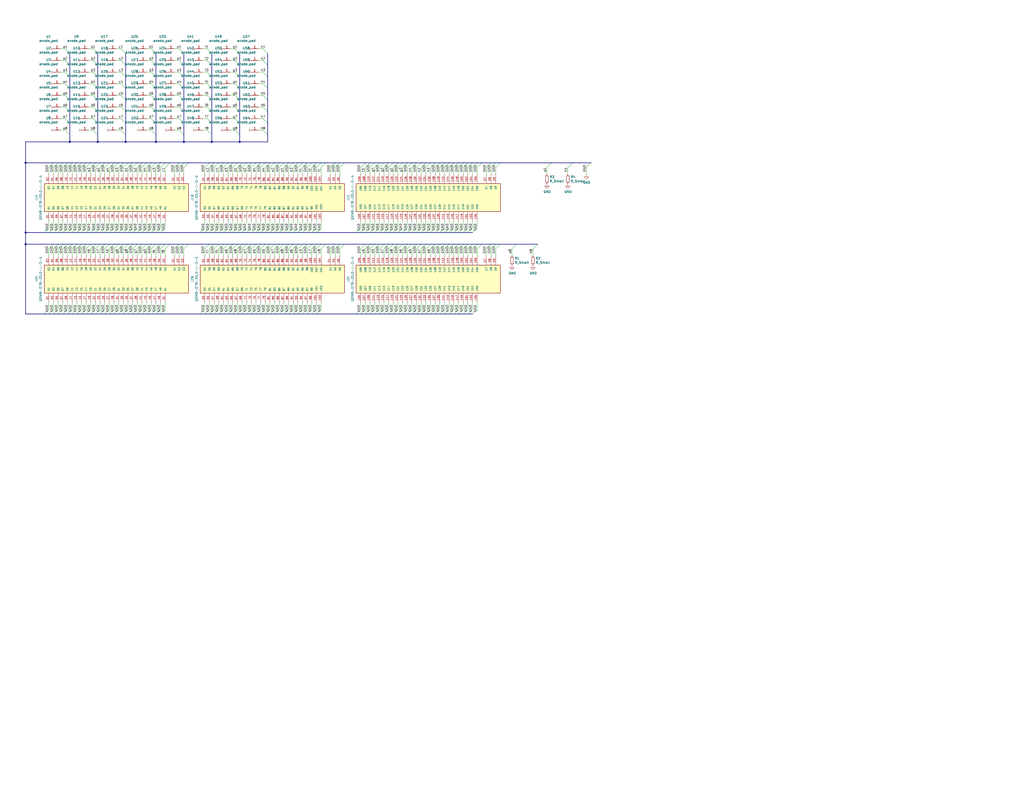
<source format=kicad_sch>
(kicad_sch (version 20230121) (generator eeschema)
  (paper "C")
  (junction (at 13.97 127))
  (junction (at 68.58 77.47))
  (junction (at 38.1 77.47))
  (junction (at 13.97 133.35))
  (junction (at 115.57 77.47))
  (junction (at 13.97 88.9))
  (junction (at 85.09 77.47))
  (junction (at 100.33 77.47))
  (junction (at 130.81 77.47))
  (junction (at 53.34 77.47))
  (bus_entry (at 154.94 91.44) (size 2.54 -2.54))
  (bus_entry (at 222.25 135.89) (size 2.54 -2.54))
  (bus_entry (at 143.51 33.02) (size 2.54 2.54))
  (bus_entry (at 66.04 33.02) (size 2.54 2.54))
  (bus_entry (at 260.35 168.91) (size -2.54 2.54))
  (bus_entry (at 97.79 33.02) (size 2.54 2.54))
  (bus_entry (at 137.16 124.46) (size -2.54 2.54))
  (bus_entry (at 97.79 39.37) (size 2.54 2.54))
  (bus_entry (at 128.27 71.12) (size 2.54 2.54))
  (bus_entry (at 59.69 91.44) (size 2.54 -2.54))
  (bus_entry (at 50.8 45.72) (size 2.54 2.54))
  (bus_entry (at 132.08 124.46) (size -2.54 2.54))
  (bus_entry (at 72.39 124.46) (size -2.54 2.54))
  (bus_entry (at 224.79 124.46) (size -2.54 2.54))
  (bus_entry (at 255.27 124.46) (size -2.54 2.54))
  (bus_entry (at 214.63 168.91) (size -2.54 2.54))
  (bus_entry (at 204.47 168.91) (size -2.54 2.54))
  (bus_entry (at 87.63 168.91) (size -2.54 2.54))
  (bus_entry (at 113.03 71.12) (size 2.54 2.54))
  (bus_entry (at 204.47 91.44) (size 2.54 -2.54))
  (bus_entry (at 80.01 135.89) (size 2.54 -2.54))
  (bus_entry (at 64.77 124.46) (size -2.54 2.54))
  (bus_entry (at 298.45 91.44) (size 2.54 -2.54))
  (bus_entry (at 113.03 64.77) (size 2.54 2.54))
  (bus_entry (at 237.49 135.89) (size 2.54 -2.54))
  (bus_entry (at 137.16 91.44) (size 2.54 -2.54))
  (bus_entry (at 35.56 52.07) (size 2.54 2.54))
  (bus_entry (at 255.27 135.89) (size 2.54 -2.54))
  (bus_entry (at 44.45 168.91) (size -2.54 2.54))
  (bus_entry (at 143.51 45.72) (size 2.54 2.54))
  (bus_entry (at 260.35 124.46) (size -2.54 2.54))
  (bus_entry (at 116.84 168.91) (size -2.54 2.54))
  (bus_entry (at 77.47 135.89) (size 2.54 -2.54))
  (bus_entry (at 160.02 124.46) (size -2.54 2.54))
  (bus_entry (at 57.15 168.91) (size -2.54 2.54))
  (bus_entry (at 36.83 168.91) (size -2.54 2.54))
  (bus_entry (at 252.73 88.9) (size -2.54 2.54))
  (bus_entry (at 209.55 135.89) (size 2.54 -2.54))
  (bus_entry (at 90.17 135.89) (size 2.54 -2.54))
  (bus_entry (at 52.07 91.44) (size 2.54 -2.54))
  (bus_entry (at 72.39 168.91) (size -2.54 2.54))
  (bus_entry (at 196.85 91.44) (size 2.54 -2.54))
  (bus_entry (at 214.63 91.44) (size 2.54 -2.54))
  (bus_entry (at 129.54 135.89) (size 2.54 -2.54))
  (bus_entry (at 111.76 124.46) (size -2.54 2.54))
  (bus_entry (at 114.3 135.89) (size 2.54 -2.54))
  (bus_entry (at 320.04 91.44) (size 2.54 -2.54))
  (bus_entry (at 82.55 71.12) (size 2.54 2.54))
  (bus_entry (at 152.4 91.44) (size 2.54 -2.54))
  (bus_entry (at 260.35 135.89) (size 2.54 -2.54))
  (bus_entry (at 52.07 135.89) (size 2.54 -2.54))
  (bus_entry (at 34.29 135.89) (size 2.54 -2.54))
  (bus_entry (at 69.85 124.46) (size -2.54 2.54))
  (bus_entry (at 143.51 71.12) (size 2.54 2.54))
  (bus_entry (at 165.1 124.46) (size -2.54 2.54))
  (bus_entry (at 80.01 124.46) (size -2.54 2.54))
  (bus_entry (at 217.17 135.89) (size 2.54 -2.54))
  (bus_entry (at 62.23 91.44) (size 2.54 -2.54))
  (bus_entry (at 36.83 135.89) (size 2.54 -2.54))
  (bus_entry (at 143.51 39.37) (size 2.54 2.54))
  (bus_entry (at 204.47 124.46) (size -2.54 2.54))
  (bus_entry (at 82.55 45.72) (size 2.54 2.54))
  (bus_entry (at 127 135.89) (size 2.54 -2.54))
  (bus_entry (at 143.51 64.77) (size 2.54 2.54))
  (bus_entry (at 139.7 124.46) (size -2.54 2.54))
  (bus_entry (at 26.67 91.44) (size 2.54 -2.54))
  (bus_entry (at 69.85 168.91) (size -2.54 2.54))
  (bus_entry (at 165.1 168.91) (size -2.54 2.54))
  (bus_entry (at 245.11 91.44) (size 2.54 -2.54))
  (bus_entry (at 82.55 26.67) (size 2.54 2.54))
  (bus_entry (at 97.79 71.12) (size 2.54 2.54))
  (bus_entry (at 199.39 135.89) (size 2.54 -2.54))
  (bus_entry (at 212.09 91.44) (size 2.54 -2.54))
  (bus_entry (at 69.85 135.89) (size 2.54 -2.54))
  (bus_entry (at 77.47 91.44) (size 2.54 -2.54))
  (bus_entry (at 41.91 168.91) (size -2.54 2.54))
  (bus_entry (at 35.56 33.02) (size 2.54 2.54))
  (bus_entry (at 222.25 91.44) (size 2.54 -2.54))
  (bus_entry (at 119.38 124.46) (size -2.54 2.54))
  (bus_entry (at 232.41 168.91) (size -2.54 2.54))
  (bus_entry (at 160.02 168.91) (size -2.54 2.54))
  (bus_entry (at 116.84 91.44) (size 2.54 -2.54))
  (bus_entry (at 204.47 135.89) (size 2.54 -2.54))
  (bus_entry (at 152.4 124.46) (size -2.54 2.54))
  (bus_entry (at 31.75 124.46) (size -2.54 2.54))
  (bus_entry (at 252.73 91.44) (size 2.54 -2.54))
  (bus_entry (at 35.56 64.77) (size 2.54 2.54))
  (bus_entry (at 97.79 26.67) (size 2.54 2.54))
  (bus_entry (at 201.93 91.44) (size 2.54 -2.54))
  (bus_entry (at 154.94 124.46) (size -2.54 2.54))
  (bus_entry (at 199.39 91.44) (size 2.54 -2.54))
  (bus_entry (at 36.83 91.44) (size 2.54 -2.54))
  (bus_entry (at 142.24 124.46) (size -2.54 2.54))
  (bus_entry (at 46.99 135.89) (size 2.54 -2.54))
  (bus_entry (at 132.08 168.91) (size -2.54 2.54))
  (bus_entry (at 26.67 135.89) (size 2.54 -2.54))
  (bus_entry (at 114.3 91.44) (size 2.54 -2.54))
  (bus_entry (at 201.93 135.89) (size 2.54 -2.54))
  (bus_entry (at 175.26 168.91) (size -2.54 2.54))
  (bus_entry (at 154.94 168.91) (size -2.54 2.54))
  (bus_entry (at 82.55 91.44) (size 2.54 -2.54))
  (bus_entry (at 147.32 135.89) (size 2.54 -2.54))
  (bus_entry (at 199.39 124.46) (size -2.54 2.54))
  (bus_entry (at 139.7 135.89) (size 2.54 -2.54))
  (bus_entry (at 247.65 135.89) (size 2.54 -2.54))
  (bus_entry (at 209.55 91.44) (size 2.54 -2.54))
  (bus_entry (at 77.47 168.91) (size -2.54 2.54))
  (bus_entry (at 172.72 124.46) (size -2.54 2.54))
  (bus_entry (at 255.27 91.44) (size 2.54 -2.54))
  (bus_entry (at 50.8 26.67) (size 2.54 2.54))
  (bus_entry (at 229.87 91.44) (size 2.54 -2.54))
  (bus_entry (at 175.26 135.89) (size 2.54 -2.54))
  (bus_entry (at 113.03 26.67) (size 2.54 2.54))
  (bus_entry (at 167.64 135.89) (size 2.54 -2.54))
  (bus_entry (at 82.55 168.91) (size -2.54 2.54))
  (bus_entry (at 245.11 124.46) (size -2.54 2.54))
  (bus_entry (at 66.04 71.12) (size 2.54 2.54))
  (bus_entry (at 64.77 135.89) (size 2.54 -2.54))
  (bus_entry (at 128.27 64.77) (size 2.54 2.54))
  (bus_entry (at 207.01 168.91) (size -2.54 2.54))
  (bus_entry (at 160.02 135.89) (size 2.54 -2.54))
  (bus_entry (at 29.21 135.89) (size 2.54 -2.54))
  (bus_entry (at 87.63 135.89) (size 2.54 -2.54))
  (bus_entry (at 82.55 33.02) (size 2.54 2.54))
  (bus_entry (at 279.4 135.89) (size 2.54 -2.54))
  (bus_entry (at 128.27 52.07) (size 2.54 2.54))
  (bus_entry (at 137.16 168.91) (size -2.54 2.54))
  (bus_entry (at 29.21 124.46) (size -2.54 2.54))
  (bus_entry (at 129.54 124.46) (size -2.54 2.54))
  (bus_entry (at 142.24 135.89) (size 2.54 -2.54))
  (bus_entry (at 97.79 135.89) (size 2.54 -2.54))
  (bus_entry (at 185.42 91.44) (size 2.54 -2.54))
  (bus_entry (at 250.19 124.46) (size -2.54 2.54))
  (bus_entry (at 234.95 91.44) (size 2.54 -2.54))
  (bus_entry (at 80.01 168.91) (size -2.54 2.54))
  (bus_entry (at 144.78 168.91) (size -2.54 2.54))
  (bus_entry (at 128.27 39.37) (size 2.54 2.54))
  (bus_entry (at 59.69 124.46) (size -2.54 2.54))
  (bus_entry (at 167.64 91.44) (size 2.54 -2.54))
  (bus_entry (at 90.17 124.46) (size -2.54 2.54))
  (bus_entry (at 257.81 124.46) (size -2.54 2.54))
  (bus_entry (at 50.8 71.12) (size 2.54 2.54))
  (bus_entry (at 172.72 168.91) (size -2.54 2.54))
  (bus_entry (at 50.8 58.42) (size 2.54 2.54))
  (bus_entry (at 165.1 91.44) (size 2.54 -2.54))
  (bus_entry (at 74.93 91.44) (size 2.54 -2.54))
  (bus_entry (at 224.79 168.91) (size -2.54 2.54))
  (bus_entry (at 87.63 124.46) (size -2.54 2.54))
  (bus_entry (at 134.62 124.46) (size -2.54 2.54))
  (bus_entry (at 172.72 91.44) (size 2.54 -2.54))
  (bus_entry (at 85.09 135.89) (size 2.54 -2.54))
  (bus_entry (at 100.33 135.89) (size 2.54 -2.54))
  (bus_entry (at 97.79 58.42) (size 2.54 2.54))
  (bus_entry (at 124.46 124.46) (size -2.54 2.54))
  (bus_entry (at 154.94 135.89) (size 2.54 -2.54))
  (bus_entry (at 255.27 168.91) (size -2.54 2.54))
  (bus_entry (at 90.17 91.44) (size 2.54 -2.54))
  (bus_entry (at 100.33 91.44) (size 2.54 -2.54))
  (bus_entry (at 26.67 168.91) (size -2.54 2.54))
  (bus_entry (at 257.81 168.91) (size -2.54 2.54))
  (bus_entry (at 252.73 135.89) (size 2.54 -2.54))
  (bus_entry (at 270.51 91.44) (size 2.54 -2.54))
  (bus_entry (at 229.87 168.91) (size -2.54 2.54))
  (bus_entry (at 41.91 124.46) (size -2.54 2.54))
  (bus_entry (at 152.4 135.89) (size 2.54 -2.54))
  (bus_entry (at 67.31 168.91) (size -2.54 2.54))
  (bus_entry (at 134.62 135.89) (size 2.54 -2.54))
  (bus_entry (at 134.62 168.91) (size -2.54 2.54))
  (bus_entry (at 212.09 168.91) (size -2.54 2.54))
  (bus_entry (at 139.7 168.91) (size -2.54 2.54))
  (bus_entry (at 143.51 58.42) (size 2.54 2.54))
  (bus_entry (at 39.37 135.89) (size 2.54 -2.54))
  (bus_entry (at 247.65 124.46) (size -2.54 2.54))
  (bus_entry (at 185.42 135.89) (size 2.54 -2.54))
  (bus_entry (at 237.49 91.44) (size 2.54 -2.54))
  (bus_entry (at 66.04 58.42) (size 2.54 2.54))
  (bus_entry (at 34.29 91.44) (size 2.54 -2.54))
  (bus_entry (at 52.07 168.91) (size -2.54 2.54))
  (bus_entry (at 95.25 91.44) (size 2.54 -2.54))
  (bus_entry (at 170.18 168.91) (size -2.54 2.54))
  (bus_entry (at 139.7 91.44) (size 2.54 -2.54))
  (bus_entry (at 90.17 168.91) (size -2.54 2.54))
  (bus_entry (at 127 91.44) (size 2.54 -2.54))
  (bus_entry (at 265.43 135.89) (size 2.54 -2.54))
  (bus_entry (at 49.53 135.89) (size 2.54 -2.54))
  (bus_entry (at 59.69 168.91) (size -2.54 2.54))
  (bus_entry (at 72.39 91.44) (size 2.54 -2.54))
  (bus_entry (at 157.48 124.46) (size -2.54 2.54))
  (bus_entry (at 97.79 64.77) (size 2.54 2.54))
  (bus_entry (at 170.18 135.89) (size 2.54 -2.54))
  (bus_entry (at 46.99 168.91) (size -2.54 2.54))
  (bus_entry (at 82.55 124.46) (size -2.54 2.54))
  (bus_entry (at 69.85 91.44) (size 2.54 -2.54))
  (bus_entry (at 124.46 168.91) (size -2.54 2.54))
  (bus_entry (at 49.53 91.44) (size 2.54 -2.54))
  (bus_entry (at 97.79 91.44) (size 2.54 -2.54))
  (bus_entry (at 267.97 135.89) (size 2.54 -2.54))
  (bus_entry (at 129.54 168.91) (size -2.54 2.54))
  (bus_entry (at 175.26 124.46) (size -2.54 2.54))
  (bus_entry (at 57.15 135.89) (size 2.54 -2.54))
  (bus_entry (at 165.1 135.89) (size 2.54 -2.54))
  (bus_entry (at 227.33 135.89) (size 2.54 -2.54))
  (bus_entry (at 119.38 135.89) (size 2.54 -2.54))
  (bus_entry (at 31.75 135.89) (size 2.54 -2.54))
  (bus_entry (at 54.61 135.89) (size 2.54 -2.54))
  (bus_entry (at 127 168.91) (size -2.54 2.54))
  (bus_entry (at 234.95 124.46) (size -2.54 2.54))
  (bus_entry (at 85.09 168.91) (size -2.54 2.54))
  (bus_entry (at 144.78 91.44) (size 2.54 -2.54))
  (bus_entry (at 121.92 91.44) (size 2.54 -2.54))
  (bus_entry (at 129.54 91.44) (size 2.54 -2.54))
  (bus_entry (at 26.67 124.46) (size -2.54 2.54))
  (bus_entry (at 265.43 91.44) (size 2.54 -2.54))
  (bus_entry (at 124.46 135.89) (size 2.54 -2.54))
  (bus_entry (at 54.61 124.46) (size -2.54 2.54))
  (bus_entry (at 227.33 168.91) (size -2.54 2.54))
  (bus_entry (at 50.8 39.37) (size 2.54 2.54))
  (bus_entry (at 121.92 124.46) (size -2.54 2.54))
  (bus_entry (at 57.15 91.44) (size 2.54 -2.54))
  (bus_entry (at 50.8 33.02) (size 2.54 2.54))
  (bus_entry (at 44.45 135.89) (size 2.54 -2.54))
  (bus_entry (at 250.19 168.91) (size -2.54 2.54))
  (bus_entry (at 237.49 168.91) (size -2.54 2.54))
  (bus_entry (at 242.57 135.89) (size 2.54 -2.54))
  (bus_entry (at 34.29 124.46) (size -2.54 2.54))
  (bus_entry (at 224.79 91.44) (size 2.54 -2.54))
  (bus_entry (at 54.61 168.91) (size -2.54 2.54))
  (bus_entry (at 113.03 33.02) (size 2.54 2.54))
  (bus_entry (at 127 124.46) (size -2.54 2.54))
  (bus_entry (at 114.3 124.46) (size -2.54 2.54))
  (bus_entry (at 245.11 135.89) (size 2.54 -2.54))
  (bus_entry (at 87.63 91.44) (size 2.54 -2.54))
  (bus_entry (at 240.03 91.44) (size 2.54 -2.54))
  (bus_entry (at 242.57 124.46) (size -2.54 2.54))
  (bus_entry (at 219.71 168.91) (size -2.54 2.54))
  (bus_entry (at 134.62 91.44) (size 2.54 -2.54))
  (bus_entry (at 214.63 135.89) (size 2.54 -2.54))
  (bus_entry (at 147.32 124.46) (size -2.54 2.54))
  (bus_entry (at 227.33 91.44) (size 2.54 -2.54))
  (bus_entry (at 143.51 52.07) (size 2.54 2.54))
  (bus_entry (at 67.31 91.44) (size 2.54 -2.54))
  (bus_entry (at 66.04 64.77) (size 2.54 2.54))
  (bus_entry (at 49.53 168.91) (size -2.54 2.54))
  (bus_entry (at 217.17 168.91) (size -2.54 2.54))
  (bus_entry (at 137.16 135.89) (size 2.54 -2.54))
  (bus_entry (at 39.37 168.91) (size -2.54 2.54))
  (bus_entry (at 149.86 135.89) (size 2.54 -2.54))
  (bus_entry (at 113.03 45.72) (size 2.54 2.54))
  (bus_entry (at 67.31 124.46) (size -2.54 2.54))
  (bus_entry (at 82.55 64.77) (size 2.54 2.54))
  (bus_entry (at 201.93 124.46) (size -2.54 2.54))
  (bus_entry (at 85.09 91.44) (size 2.54 -2.54))
  (bus_entry (at 50.8 52.07) (size 2.54 2.54))
  (bus_entry (at 245.11 168.91) (size -2.54 2.54))
  (bus_entry (at 97.79 52.07) (size 2.54 2.54))
  (bus_entry (at 240.03 168.91) (size -2.54 2.54))
  (bus_entry (at 167.64 124.46) (size -2.54 2.54))
  (bus_entry (at 237.49 124.46) (size -2.54 2.54))
  (bus_entry (at 66.04 26.67) (size 2.54 2.54))
  (bus_entry (at 113.03 52.07) (size 2.54 2.54))
  (bus_entry (at 29.21 168.91) (size -2.54 2.54))
  (bus_entry (at 229.87 124.46) (size -2.54 2.54))
  (bus_entry (at 224.79 135.89) (size 2.54 -2.54))
  (bus_entry (at 144.78 135.89) (size 2.54 -2.54))
  (bus_entry (at 234.95 135.89) (size 2.54 -2.54))
  (bus_entry (at 257.81 135.89) (size 2.54 -2.54))
  (bus_entry (at 128.27 45.72) (size 2.54 2.54))
  (bus_entry (at 144.78 124.46) (size -2.54 2.54))
  (bus_entry (at 62.23 135.89) (size 2.54 -2.54))
  (bus_entry (at 121.92 135.89) (size 2.54 -2.54))
  (bus_entry (at 257.81 91.44) (size 2.54 -2.54))
  (bus_entry (at 209.55 168.91) (size -2.54 2.54))
  (bus_entry (at 128.27 26.67) (size 2.54 2.54))
  (bus_entry (at 74.93 168.91) (size -2.54 2.54))
  (bus_entry (at 39.37 91.44) (size 2.54 -2.54))
  (bus_entry (at 162.56 124.46) (size -2.54 2.54))
  (bus_entry (at 270.51 135.89) (size 2.54 -2.54))
  (bus_entry (at 113.03 39.37) (size 2.54 2.54))
  (bus_entry (at 147.32 168.91) (size -2.54 2.54))
  (bus_entry (at 74.93 135.89) (size 2.54 -2.54))
  (bus_entry (at 201.93 168.91) (size -2.54 2.54))
  (bus_entry (at 180.34 91.44) (size 2.54 -2.54))
  (bus_entry (at 49.53 124.46) (size -2.54 2.54))
  (bus_entry (at 157.48 135.89) (size 2.54 -2.54))
  (bus_entry (at 132.08 135.89) (size 2.54 -2.54))
  (bus_entry (at 207.01 124.46) (size -2.54 2.54))
  (bus_entry (at 64.77 91.44) (size 2.54 -2.54))
  (bus_entry (at 172.72 135.89) (size 2.54 -2.54))
  (bus_entry (at 240.03 135.89) (size 2.54 -2.54))
  (bus_entry (at 219.71 124.46) (size -2.54 2.54))
  (bus_entry (at 160.02 91.44) (size 2.54 -2.54))
  (bus_entry (at 229.87 135.89) (size 2.54 -2.54))
  (bus_entry (at 170.18 124.46) (size -2.54 2.54))
  (bus_entry (at 157.48 168.91) (size -2.54 2.54))
  (bus_entry (at 111.76 91.44) (size 2.54 -2.54))
  (bus_entry (at 34.29 168.91) (size -2.54 2.54))
  (bus_entry (at 111.76 135.89) (size 2.54 -2.54))
  (bus_entry (at 35.56 26.67) (size 2.54 2.54))
  (bus_entry (at 80.01 91.44) (size 2.54 -2.54))
  (bus_entry (at 219.71 135.89) (size 2.54 -2.54))
  (bus_entry (at 59.69 135.89) (size 2.54 -2.54))
  (bus_entry (at 142.24 91.44) (size 2.54 -2.54))
  (bus_entry (at 29.21 91.44) (size 2.54 -2.54))
  (bus_entry (at 111.76 168.91) (size -2.54 2.54))
  (bus_entry (at 234.95 168.91) (size -2.54 2.54))
  (bus_entry (at 44.45 91.44) (size 2.54 -2.54))
  (bus_entry (at 72.39 135.89) (size 2.54 -2.54))
  (bus_entry (at 35.56 71.12) (size 2.54 2.54))
  (bus_entry (at 212.09 135.89) (size 2.54 -2.54))
  (bus_entry (at 74.93 124.46) (size -2.54 2.54))
  (bus_entry (at 152.4 168.91) (size -2.54 2.54))
  (bus_entry (at 222.25 168.91) (size -2.54 2.54))
  (bus_entry (at 227.33 124.46) (size -2.54 2.54))
  (bus_entry (at 267.97 91.44) (size 2.54 -2.54))
  (bus_entry (at 132.08 91.44) (size 2.54 -2.54))
  (bus_entry (at 66.04 52.07) (size 2.54 2.54))
  (bus_entry (at 142.24 168.91) (size -2.54 2.54))
  (bus_entry (at 199.39 168.91) (size -2.54 2.54))
  (bus_entry (at 82.55 52.07) (size 2.54 2.54))
  (bus_entry (at 35.56 39.37) (size 2.54 2.54))
  (bus_entry (at 149.86 124.46) (size -2.54 2.54))
  (bus_entry (at 207.01 91.44) (size 2.54 -2.54))
  (bus_entry (at 121.92 168.91) (size -2.54 2.54))
  (bus_entry (at 41.91 135.89) (size 2.54 -2.54))
  (bus_entry (at 54.61 91.44) (size 2.54 -2.54))
  (bus_entry (at 113.03 58.42) (size 2.54 2.54))
  (bus_entry (at 162.56 135.89) (size 2.54 -2.54))
  (bus_entry (at 116.84 124.46) (size -2.54 2.54))
  (bus_entry (at 82.55 58.42) (size 2.54 2.54))
  (bus_entry (at 128.27 58.42) (size 2.54 2.54))
  (bus_entry (at 119.38 91.44) (size 2.54 -2.54))
  (bus_entry (at 35.56 58.42) (size 2.54 2.54))
  (bus_entry (at 247.65 168.91) (size -2.54 2.54))
  (bus_entry (at 97.79 45.72) (size 2.54 2.54))
  (bus_entry (at 217.17 124.46) (size -2.54 2.54))
  (bus_entry (at 124.46 91.44) (size 2.54 -2.54))
  (bus_entry (at 162.56 91.44) (size 2.54 -2.54))
  (bus_entry (at 167.64 168.91) (size -2.54 2.54))
  (bus_entry (at 31.75 168.91) (size -2.54 2.54))
  (bus_entry (at 196.85 168.91) (size -2.54 2.54))
  (bus_entry (at 67.31 135.89) (size 2.54 -2.54))
  (bus_entry (at 66.04 39.37) (size 2.54 2.54))
  (bus_entry (at 252.73 133.35) (size -2.54 2.54))
  (bus_entry (at 170.18 91.44) (size 2.54 -2.54))
  (bus_entry (at 242.57 168.91) (size -2.54 2.54))
  (bus_entry (at 39.37 124.46) (size -2.54 2.54))
  (bus_entry (at 222.25 124.46) (size -2.54 2.54))
  (bus_entry (at 62.23 168.91) (size -2.54 2.54))
  (bus_entry (at 128.27 33.02) (size 2.54 2.54))
  (bus_entry (at 242.57 91.44) (size 2.54 -2.54))
  (bus_entry (at 50.8 64.77) (size 2.54 2.54))
  (bus_entry (at 247.65 91.44) (size 2.54 -2.54))
  (bus_entry (at 46.99 91.44) (size 2.54 -2.54))
  (bus_entry (at 175.26 91.44) (size 2.54 -2.54))
  (bus_entry (at 64.77 168.91) (size -2.54 2.54))
  (bus_entry (at 157.48 91.44) (size 2.54 -2.54))
  (bus_entry (at 182.88 91.44) (size 2.54 -2.54))
  (bus_entry (at 214.63 124.46) (size -2.54 2.54))
  (bus_entry (at 44.45 124.46) (size -2.54 2.54))
  (bus_entry (at 252.73 168.91) (size -2.54 2.54))
  (bus_entry (at 35.56 45.72) (size 2.54 2.54))
  (bus_entry (at 207.01 135.89) (size 2.54 -2.54))
  (bus_entry (at 114.3 168.91) (size -2.54 2.54))
  (bus_entry (at 209.55 124.46) (size -2.54 2.54))
  (bus_entry (at 36.83 124.46) (size -2.54 2.54))
  (bus_entry (at 143.51 26.67) (size 2.54 2.54))
  (bus_entry (at 232.41 124.46) (size -2.54 2.54))
  (bus_entry (at 46.99 124.46) (size -2.54 2.54))
  (bus_entry (at 180.34 135.89) (size 2.54 -2.54))
  (bus_entry (at 290.83 135.89) (size 2.54 -2.54))
  (bus_entry (at 196.85 135.89) (size 2.54 -2.54))
  (bus_entry (at 77.47 124.46) (size -2.54 2.54))
  (bus_entry (at 232.41 91.44) (size 2.54 -2.54))
  (bus_entry (at 31.75 91.44) (size 2.54 -2.54))
  (bus_entry (at 217.17 91.44) (size 2.54 -2.54))
  (bus_entry (at 41.91 91.44) (size 2.54 -2.54))
  (bus_entry (at 149.86 168.91) (size -2.54 2.54))
  (bus_entry (at 85.09 124.46) (size -2.54 2.54))
  (bus_entry (at 147.32 91.44) (size 2.54 -2.54))
  (bus_entry (at 219.71 91.44) (size 2.54 -2.54))
  (bus_entry (at 162.56 168.91) (size -2.54 2.54))
  (bus_entry (at 62.23 124.46) (size -2.54 2.54))
  (bus_entry (at 95.25 135.89) (size 2.54 -2.54))
  (bus_entry (at 240.03 124.46) (size -2.54 2.54))
  (bus_entry (at 309.88 91.44) (size 2.54 -2.54))
  (bus_entry (at 52.07 124.46) (size -2.54 2.54))
  (bus_entry (at 182.88 135.89) (size 2.54 -2.54))
  (bus_entry (at 119.38 168.91) (size -2.54 2.54))
  (bus_entry (at 149.86 91.44) (size 2.54 -2.54))
  (bus_entry (at 116.84 135.89) (size 2.54 -2.54))
  (bus_entry (at 212.09 124.46) (size -2.54 2.54))
  (bus_entry (at 66.04 45.72) (size 2.54 2.54))
  (bus_entry (at 82.55 39.37) (size 2.54 2.54))
  (bus_entry (at 196.85 124.46) (size -2.54 2.54))
  (bus_entry (at 82.55 135.89) (size 2.54 -2.54))
  (bus_entry (at 232.41 135.89) (size 2.54 -2.54))
  (bus_entry (at 57.15 124.46) (size -2.54 2.54))
  (bus_entry (at 260.35 91.44) (size 2.54 -2.54))
  (bus_entry (at 252.73 124.46) (size -2.54 2.54))
  (wire (pts (xy 119.38 91.44) (xy 119.38 95.25)))
  (wire (pts (xy 80.01 58.42) (xy 82.55 58.42)))
  (wire (pts (xy 62.23 139.7) (xy 62.23 135.89)))
  (wire (pts (xy 90.17 135.89) (xy 90.17 139.7)))
  (bus (pts (xy 227.33 133.35) (xy 229.87 133.35)))
  (wire (pts (xy 160.02 165.1) (xy 160.02 168.91)))
  (bus (pts (xy 34.29 88.9) (xy 36.83 88.9)))
  (wire (pts (xy 250.19 165.1) (xy 250.19 168.91)))
  (wire (pts (xy 95.25 139.7) (xy 95.25 135.89)))
  (bus (pts (xy 234.95 127) (xy 237.49 127)))
  (bus (pts (xy 146.05 67.31) (xy 146.05 73.66)))
  (wire (pts (xy 204.47 165.1) (xy 204.47 168.91)))
  (wire (pts (xy 80.01 64.77) (xy 82.55 64.77)))
  (bus (pts (xy 46.99 88.9) (xy 49.53 88.9)))
  (wire (pts (xy 116.84 91.44) (xy 116.84 95.25)))
  (wire (pts (xy 257.81 168.91) (xy 257.81 165.1)))
  (wire (pts (xy 144.78 120.65) (xy 144.78 124.46)))
  (wire (pts (xy 67.31 165.1) (xy 67.31 168.91)))
  (bus (pts (xy 172.72 127) (xy 194.31 127)))
  (wire (pts (xy 139.7 165.1) (xy 139.7 168.91)))
  (bus (pts (xy 80.01 127) (xy 82.55 127)))
  (wire (pts (xy 152.4 139.7) (xy 152.4 135.89)))
  (bus (pts (xy 29.21 133.35) (xy 31.75 133.35)))
  (bus (pts (xy 111.76 127) (xy 114.3 127)))
  (bus (pts (xy 165.1 133.35) (xy 167.64 133.35)))
  (wire (pts (xy 196.85 165.1) (xy 196.85 168.91)))
  (bus (pts (xy 185.42 133.35) (xy 187.96 133.35)))
  (bus (pts (xy 237.49 133.35) (xy 240.03 133.35)))
  (bus (pts (xy 147.32 133.35) (xy 149.86 133.35)))
  (bus (pts (xy 68.58 48.26) (xy 68.58 54.61)))
  (bus (pts (xy 199.39 127) (xy 201.93 127)))
  (wire (pts (xy 114.3 91.44) (xy 114.3 95.25)))
  (bus (pts (xy 24.13 171.45) (xy 26.67 171.45)))
  (wire (pts (xy 167.64 91.44) (xy 167.64 95.25)))
  (bus (pts (xy 154.94 127) (xy 157.48 127)))
  (bus (pts (xy 82.55 127) (xy 85.09 127)))
  (bus (pts (xy 115.57 41.91) (xy 115.57 48.26)))
  (bus (pts (xy 170.18 88.9) (xy 172.72 88.9)))
  (wire (pts (xy 242.57 120.65) (xy 242.57 124.46)))
  (wire (pts (xy 172.72 91.44) (xy 172.72 95.25)))
  (bus (pts (xy 54.61 171.45) (xy 57.15 171.45)))
  (bus (pts (xy 255.27 88.9) (xy 257.81 88.9)))
  (bus (pts (xy 199.39 133.35) (xy 201.93 133.35)))
  (bus (pts (xy 85.09 48.26) (xy 85.09 54.61)))
  (bus (pts (xy 121.92 171.45) (xy 124.46 171.45)))
  (bus (pts (xy 67.31 133.35) (xy 69.85 133.35)))
  (wire (pts (xy 125.73 58.42) (xy 128.27 58.42)))
  (bus (pts (xy 160.02 171.45) (xy 162.56 171.45)))
  (wire (pts (xy 63.5 45.72) (xy 66.04 45.72)))
  (wire (pts (xy 110.49 39.37) (xy 113.03 39.37)))
  (wire (pts (xy 260.35 135.89) (xy 260.35 139.7)))
  (wire (pts (xy 257.81 95.25) (xy 257.81 91.44)))
  (wire (pts (xy 257.81 124.46) (xy 257.81 120.65)))
  (bus (pts (xy 53.34 67.31) (xy 53.34 73.66)))
  (bus (pts (xy 185.42 88.9) (xy 187.96 88.9)))
  (wire (pts (xy 149.86 124.46) (xy 149.86 120.65)))
  (bus (pts (xy 69.85 171.45) (xy 72.39 171.45)))
  (bus (pts (xy 111.76 171.45) (xy 114.3 171.45)))
  (wire (pts (xy 265.43 139.7) (xy 265.43 135.89)))
  (bus (pts (xy 13.97 127) (xy 24.13 127)))
  (wire (pts (xy 44.45 139.7) (xy 44.45 135.89)))
  (bus (pts (xy 68.58 54.61) (xy 68.58 60.96)))
  (wire (pts (xy 80.01 71.12) (xy 82.55 71.12)))
  (bus (pts (xy 245.11 133.35) (xy 247.65 133.35)))
  (bus (pts (xy 170.18 127) (xy 172.72 127)))
  (wire (pts (xy 57.15 165.1) (xy 57.15 168.91)))
  (wire (pts (xy 116.84 165.1) (xy 116.84 168.91)))
  (wire (pts (xy 201.93 120.65) (xy 201.93 124.46)))
  (wire (pts (xy 142.24 91.44) (xy 142.24 95.25)))
  (wire (pts (xy 100.33 139.7) (xy 100.33 135.89)))
  (wire (pts (xy 134.62 91.44) (xy 134.62 95.25)))
  (bus (pts (xy 157.48 133.35) (xy 160.02 133.35)))
  (wire (pts (xy 59.69 165.1) (xy 59.69 168.91)))
  (bus (pts (xy 196.85 127) (xy 199.39 127)))
  (wire (pts (xy 63.5 39.37) (xy 66.04 39.37)))
  (wire (pts (xy 39.37 165.1) (xy 39.37 168.91)))
  (bus (pts (xy 162.56 88.9) (xy 165.1 88.9)))
  (wire (pts (xy 201.93 165.1) (xy 201.93 168.91)))
  (bus (pts (xy 44.45 133.35) (xy 46.99 133.35)))
  (wire (pts (xy 46.99 120.65) (xy 46.99 124.46)))
  (bus (pts (xy 157.48 88.9) (xy 160.02 88.9)))
  (bus (pts (xy 212.09 88.9) (xy 214.63 88.9)))
  (bus (pts (xy 227.33 88.9) (xy 229.87 88.9)))
  (wire (pts (xy 59.69 120.65) (xy 59.69 124.46)))
  (wire (pts (xy 129.54 120.65) (xy 129.54 124.46)))
  (wire (pts (xy 214.63 139.7) (xy 214.63 135.89)))
  (wire (pts (xy 125.73 71.12) (xy 128.27 71.12)))
  (bus (pts (xy 85.09 73.66) (xy 85.09 77.47)))
  (wire (pts (xy 33.02 33.02) (xy 35.56 33.02)))
  (wire (pts (xy 52.07 120.65) (xy 52.07 124.46)))
  (wire (pts (xy 80.01 165.1) (xy 80.01 168.91)))
  (bus (pts (xy 267.97 88.9) (xy 270.51 88.9)))
  (wire (pts (xy 119.38 165.1) (xy 119.38 168.91)))
  (wire (pts (xy 260.35 91.44) (xy 260.35 95.25)))
  (bus (pts (xy 115.57 60.96) (xy 115.57 67.31)))
  (wire (pts (xy 242.57 139.7) (xy 242.57 135.89)))
  (wire (pts (xy 160.02 91.44) (xy 160.02 95.25)))
  (bus (pts (xy 29.21 127) (xy 31.75 127)))
  (bus (pts (xy 114.3 88.9) (xy 116.84 88.9)))
  (bus (pts (xy 160.02 127) (xy 162.56 127)))
  (bus (pts (xy 257.81 88.9) (xy 260.35 88.9)))
  (wire (pts (xy 39.37 139.7) (xy 39.37 135.89)))
  (wire (pts (xy 234.95 124.46) (xy 234.95 120.65)))
  (wire (pts (xy 31.75 95.25) (xy 31.75 91.44)))
  (wire (pts (xy 234.95 95.25) (xy 234.95 91.44)))
  (wire (pts (xy 26.67 95.25) (xy 26.67 91.44)))
  (wire (pts (xy 170.18 91.44) (xy 170.18 95.25)))
  (bus (pts (xy 214.63 127) (xy 217.17 127)))
  (bus (pts (xy 247.65 127) (xy 250.19 127)))
  (bus (pts (xy 62.23 127) (xy 64.77 127)))
  (wire (pts (xy 33.02 39.37) (xy 35.56 39.37)))
  (bus (pts (xy 199.39 88.9) (xy 201.93 88.9)))
  (bus (pts (xy 167.64 133.35) (xy 170.18 133.35)))
  (wire (pts (xy 140.97 39.37) (xy 143.51 39.37)))
  (wire (pts (xy 154.94 91.44) (xy 154.94 95.25)))
  (bus (pts (xy 162.56 127) (xy 165.1 127)))
  (wire (pts (xy 199.39 95.25) (xy 199.39 91.44)))
  (bus (pts (xy 82.55 133.35) (xy 85.09 133.35)))
  (wire (pts (xy 245.11 135.89) (xy 245.11 139.7)))
  (bus (pts (xy 154.94 171.45) (xy 157.48 171.45)))
  (bus (pts (xy 64.77 88.9) (xy 67.31 88.9)))
  (bus (pts (xy 85.09 127) (xy 87.63 127)))
  (bus (pts (xy 119.38 133.35) (xy 121.92 133.35)))
  (wire (pts (xy 199.39 165.1) (xy 199.39 168.91)))
  (bus (pts (xy 100.33 41.91) (xy 100.33 48.26)))
  (bus (pts (xy 52.07 133.35) (xy 54.61 133.35)))
  (bus (pts (xy 146.05 54.61) (xy 146.05 60.96)))
  (bus (pts (xy 114.3 171.45) (xy 116.84 171.45)))
  (wire (pts (xy 252.73 165.1) (xy 252.73 168.91)))
  (wire (pts (xy 80.01 33.02) (xy 82.55 33.02)))
  (wire (pts (xy 209.55 120.65) (xy 209.55 124.46)))
  (wire (pts (xy 217.17 95.25) (xy 217.17 91.44)))
  (wire (pts (xy 48.26 64.77) (xy 50.8 64.77)))
  (bus (pts (xy 182.88 133.35) (xy 185.42 133.35)))
  (wire (pts (xy 204.47 120.65) (xy 204.47 124.46)))
  (bus (pts (xy 170.18 171.45) (xy 172.72 171.45)))
  (bus (pts (xy 139.7 88.9) (xy 142.24 88.9)))
  (bus (pts (xy 36.83 127) (xy 39.37 127)))
  (bus (pts (xy 255.27 171.45) (xy 257.81 171.45)))
  (bus (pts (xy 100.33 88.9) (xy 102.87 88.9)))
  (bus (pts (xy 100.33 29.21) (xy 100.33 35.56)))
  (wire (pts (xy 33.02 71.12) (xy 35.56 71.12)))
  (wire (pts (xy 110.49 64.77) (xy 113.03 64.77)))
  (bus (pts (xy 242.57 127) (xy 245.11 127)))
  (bus (pts (xy 13.97 77.47) (xy 38.1 77.47)))
  (bus (pts (xy 85.09 67.31) (xy 85.09 73.66)))
  (bus (pts (xy 115.57 73.66) (xy 115.57 77.47)))
  (wire (pts (xy 149.86 91.44) (xy 149.86 95.25)))
  (bus (pts (xy 146.05 48.26) (xy 146.05 54.61)))
  (bus (pts (xy 115.57 67.31) (xy 115.57 73.66)))
  (wire (pts (xy 132.08 91.44) (xy 132.08 95.25)))
  (bus (pts (xy 82.55 88.9) (xy 85.09 88.9)))
  (wire (pts (xy 257.81 139.7) (xy 257.81 135.89)))
  (wire (pts (xy 232.41 120.65) (xy 232.41 124.46)))
  (bus (pts (xy 72.39 88.9) (xy 74.93 88.9)))
  (wire (pts (xy 77.47 120.65) (xy 77.47 124.46)))
  (wire (pts (xy 125.73 39.37) (xy 128.27 39.37)))
  (wire (pts (xy 290.83 135.89) (xy 290.83 139.7)))
  (wire (pts (xy 207.01 139.7) (xy 207.01 135.89)))
  (wire (pts (xy 127 91.44) (xy 127 95.25)))
  (bus (pts (xy 187.96 133.35) (xy 199.39 133.35)))
  (bus (pts (xy 41.91 133.35) (xy 44.45 133.35)))
  (wire (pts (xy 219.71 135.89) (xy 219.71 139.7)))
  (wire (pts (xy 114.3 165.1) (xy 114.3 168.91)))
  (wire (pts (xy 137.16 135.89) (xy 137.16 139.7)))
  (wire (pts (xy 182.88 139.7) (xy 182.88 135.89)))
  (bus (pts (xy 250.19 133.35) (xy 252.73 133.35)))
  (bus (pts (xy 199.39 171.45) (xy 201.93 171.45)))
  (wire (pts (xy 154.94 165.1) (xy 154.94 168.91)))
  (wire (pts (xy 157.48 165.1) (xy 157.48 168.91)))
  (wire (pts (xy 162.56 135.89) (xy 162.56 139.7)))
  (wire (pts (xy 255.27 139.7) (xy 255.27 135.89)))
  (wire (pts (xy 49.53 120.65) (xy 49.53 121.92)))
  (bus (pts (xy 172.72 171.45) (xy 194.31 171.45)))
  (bus (pts (xy 72.39 127) (xy 74.93 127)))
  (bus (pts (xy 114.3 133.35) (xy 116.84 133.35)))
  (wire (pts (xy 31.75 139.7) (xy 31.75 135.89)))
  (wire (pts (xy 152.4 120.65) (xy 152.4 124.46)))
  (wire (pts (xy 63.5 26.67) (xy 66.04 26.67)))
  (bus (pts (xy 121.92 133.35) (xy 124.46 133.35)))
  (bus (pts (xy 242.57 171.45) (xy 245.11 171.45)))
  (wire (pts (xy 82.55 95.25) (xy 82.55 91.44)))
  (wire (pts (xy 162.56 165.1) (xy 162.56 168.91)))
  (wire (pts (xy 140.97 33.02) (xy 143.51 33.02)))
  (wire (pts (xy 199.39 120.65) (xy 199.39 124.46)))
  (bus (pts (xy 252.73 88.9) (xy 255.27 88.9)))
  (wire (pts (xy 63.5 33.02) (xy 66.04 33.02)))
  (bus (pts (xy 116.84 171.45) (xy 119.38 171.45)))
  (bus (pts (xy 270.51 88.9) (xy 273.05 88.9)))
  (bus (pts (xy 130.81 41.91) (xy 130.81 48.26)))
  (bus (pts (xy 46.99 133.35) (xy 49.53 133.35)))
  (bus (pts (xy 100.33 60.96) (xy 100.33 67.31)))
  (bus (pts (xy 149.86 171.45) (xy 152.4 171.45)))
  (bus (pts (xy 234.95 133.35) (xy 237.49 133.35)))
  (bus (pts (xy 97.79 88.9) (xy 100.33 88.9)))
  (bus (pts (xy 252.73 171.45) (xy 255.27 171.45)))
  (bus (pts (xy 207.01 133.35) (xy 209.55 133.35)))
  (bus (pts (xy 217.17 133.35) (xy 219.71 133.35)))
  (bus (pts (xy 247.65 88.9) (xy 250.19 88.9)))
  (wire (pts (xy 212.09 168.91) (xy 212.09 165.1)))
  (wire (pts (xy 140.97 26.67) (xy 143.51 26.67)))
  (bus (pts (xy 217.17 88.9) (xy 219.71 88.9)))
  (wire (pts (xy 224.79 120.65) (xy 224.79 124.46)))
  (wire (pts (xy 227.33 95.25) (xy 227.33 91.44)))
  (wire (pts (xy 227.33 165.1) (xy 227.33 168.91)))
  (wire (pts (xy 252.73 139.7) (xy 252.73 135.89)))
  (wire (pts (xy 111.76 165.1) (xy 111.76 168.91)))
  (bus (pts (xy 102.87 88.9) (xy 114.3 88.9)))
  (bus (pts (xy 62.23 133.35) (xy 64.77 133.35)))
  (bus (pts (xy 41.91 127) (xy 44.45 127)))
  (wire (pts (xy 185.42 139.7) (xy 185.42 135.89)))
  (wire (pts (xy 129.54 165.1) (xy 129.54 168.91)))
  (wire (pts (xy 175.26 165.1) (xy 175.26 168.91)))
  (bus (pts (xy 119.38 171.45) (xy 121.92 171.45)))
  (wire (pts (xy 85.09 120.65) (xy 85.09 124.46)))
  (wire (pts (xy 240.03 139.7) (xy 240.03 135.89)))
  (bus (pts (xy 219.71 133.35) (xy 222.25 133.35)))
  (bus (pts (xy 49.53 171.45) (xy 52.07 171.45)))
  (bus (pts (xy 87.63 171.45) (xy 109.22 171.45)))
  (wire (pts (xy 72.39 139.7) (xy 72.39 135.89)))
  (bus (pts (xy 157.48 127) (xy 160.02 127)))
  (wire (pts (xy 214.63 120.65) (xy 214.63 124.46)))
  (wire (pts (xy 80.01 120.65) (xy 80.01 124.46)))
  (wire (pts (xy 121.92 165.1) (xy 121.92 168.91)))
  (bus (pts (xy 149.86 88.9) (xy 152.4 88.9)))
  (wire (pts (xy 87.63 139.7) (xy 87.63 135.89)))
  (wire (pts (xy 134.62 165.1) (xy 134.62 168.91)))
  (wire (pts (xy 69.85 120.65) (xy 69.85 124.46)))
  (wire (pts (xy 157.48 91.44) (xy 157.48 95.25)))
  (bus (pts (xy 217.17 127) (xy 219.71 127)))
  (bus (pts (xy 38.1 29.21) (xy 38.1 35.56)))
  (bus (pts (xy 62.23 171.45) (xy 64.77 171.45)))
  (bus (pts (xy 260.35 88.9) (xy 262.89 88.9)))
  (wire (pts (xy 74.93 135.89) (xy 74.93 139.7)))
  (bus (pts (xy 36.83 171.45) (xy 39.37 171.45)))
  (bus (pts (xy 137.16 171.45) (xy 139.7 171.45)))
  (bus (pts (xy 245.11 171.45) (xy 247.65 171.45)))
  (wire (pts (xy 46.99 95.25) (xy 46.99 91.44)))
  (wire (pts (xy 245.11 95.25) (xy 245.11 91.44)))
  (bus (pts (xy 242.57 133.35) (xy 245.11 133.35)))
  (bus (pts (xy 212.09 127) (xy 214.63 127)))
  (bus (pts (xy 87.63 88.9) (xy 90.17 88.9)))
  (wire (pts (xy 242.57 165.1) (xy 242.57 168.91)))
  (bus (pts (xy 41.91 171.45) (xy 44.45 171.45)))
  (bus (pts (xy 127 88.9) (xy 129.54 88.9)))
  (wire (pts (xy 165.1 120.65) (xy 165.1 124.46)))
  (bus (pts (xy 207.01 127) (xy 209.55 127)))
  (bus (pts (xy 124.46 171.45) (xy 127 171.45)))
  (wire (pts (xy 229.87 120.65) (xy 229.87 124.46)))
  (bus (pts (xy 212.09 133.35) (xy 214.63 133.35)))
  (wire (pts (xy 209.55 95.25) (xy 209.55 91.44)))
  (wire (pts (xy 207.01 120.65) (xy 207.01 124.46)))
  (bus (pts (xy 46.99 171.45) (xy 49.53 171.45)))
  (wire (pts (xy 125.73 26.67) (xy 128.27 26.67)))
  (bus (pts (xy 237.49 88.9) (xy 240.03 88.9)))
  (bus (pts (xy 157.48 171.45) (xy 160.02 171.45)))
  (wire (pts (xy 224.79 95.25) (xy 224.79 91.44)))
  (wire (pts (xy 62.23 165.1) (xy 62.23 168.91)))
  (bus (pts (xy 245.11 88.9) (xy 247.65 88.9)))
  (bus (pts (xy 130.81 48.26) (xy 130.81 54.61)))
  (bus (pts (xy 134.62 88.9) (xy 137.16 88.9)))
  (wire (pts (xy 199.39 139.7) (xy 199.39 135.89)))
  (bus (pts (xy 57.15 88.9) (xy 59.69 88.9)))
  (bus (pts (xy 127 133.35) (xy 129.54 133.35)))
  (wire (pts (xy 232.41 165.1) (xy 232.41 168.91)))
  (wire (pts (xy 114.3 139.7) (xy 114.3 135.89)))
  (bus (pts (xy 67.31 127) (xy 69.85 127)))
  (wire (pts (xy 207.01 165.1) (xy 207.01 168.91)))
  (bus (pts (xy 90.17 88.9) (xy 92.71 88.9)))
  (wire (pts (xy 204.47 139.7) (xy 204.47 135.89)))
  (bus (pts (xy 26.67 127) (xy 29.21 127)))
  (bus (pts (xy 130.81 29.21) (xy 130.81 35.56)))
  (bus (pts (xy 85.09 88.9) (xy 87.63 88.9)))
  (wire (pts (xy 36.83 165.1) (xy 36.83 168.91)))
  (wire (pts (xy 63.5 58.42) (xy 66.04 58.42)))
  (bus (pts (xy 72.39 171.45) (xy 74.93 171.45)))
  (wire (pts (xy 110.49 71.12) (xy 113.03 71.12)))
  (bus (pts (xy 68.58 73.66) (xy 68.58 77.47)))
  (wire (pts (xy 87.63 124.46) (xy 87.63 120.65)))
  (wire (pts (xy 240.03 165.1) (xy 240.03 168.91)))
  (wire (pts (xy 237.49 139.7) (xy 237.49 135.89)))
  (wire (pts (xy 36.83 120.65) (xy 36.83 124.46)))
  (bus (pts (xy 100.33 73.66) (xy 100.33 77.47)))
  (wire (pts (xy 85.09 139.7) (xy 85.09 135.89)))
  (bus (pts (xy 201.93 133.35) (xy 204.47 133.35)))
  (wire (pts (xy 137.16 165.1) (xy 137.16 168.91)))
  (wire (pts (xy 170.18 139.7) (xy 170.18 135.89)))
  (wire (pts (xy 147.32 165.1) (xy 147.32 168.91)))
  (bus (pts (xy 237.49 127) (xy 240.03 127)))
  (wire (pts (xy 54.61 139.7) (xy 54.61 135.89)))
  (bus (pts (xy 68.58 35.56) (xy 68.58 41.91)))
  (bus (pts (xy 212.09 171.45) (xy 214.63 171.45)))
  (wire (pts (xy 142.24 165.1) (xy 142.24 168.91)))
  (wire (pts (xy 196.85 95.25) (xy 196.85 91.44)))
  (bus (pts (xy 102.87 133.35) (xy 114.3 133.35)))
  (bus (pts (xy 64.77 133.35) (xy 67.31 133.35)))
  (bus (pts (xy 165.1 171.45) (xy 167.64 171.45)))
  (wire (pts (xy 69.85 165.1) (xy 69.85 168.91)))
  (wire (pts (xy 152.4 165.1) (xy 152.4 168.91)))
  (wire (pts (xy 121.92 139.7) (xy 121.92 135.89)))
  (bus (pts (xy 201.93 171.45) (xy 204.47 171.45)))
  (bus (pts (xy 85.09 171.45) (xy 87.63 171.45)))
  (bus (pts (xy 39.37 127) (xy 41.91 127)))
  (bus (pts (xy 204.47 127) (xy 207.01 127)))
  (bus (pts (xy 227.33 127) (xy 229.87 127)))
  (bus (pts (xy 39.37 133.35) (xy 41.91 133.35)))
  (wire (pts (xy 74.93 165.1) (xy 74.93 168.91)))
  (bus (pts (xy 222.25 171.45) (xy 224.79 171.45)))
  (wire (pts (xy 144.78 91.44) (xy 144.78 95.25)))
  (bus (pts (xy 144.78 133.35) (xy 147.32 133.35)))
  (wire (pts (xy 125.73 52.07) (xy 128.27 52.07)))
  (bus (pts (xy 270.51 133.35) (xy 273.05 133.35)))
  (bus (pts (xy 13.97 77.47) (xy 13.97 88.9)))
  (wire (pts (xy 52.07 165.1) (xy 52.07 168.91)))
  (bus (pts (xy 68.58 60.96) (xy 68.58 67.31)))
  (bus (pts (xy 31.75 171.45) (xy 34.29 171.45)))
  (bus (pts (xy 139.7 133.35) (xy 142.24 133.35)))
  (wire (pts (xy 64.77 168.91) (xy 64.77 165.1)))
  (bus (pts (xy 247.65 133.35) (xy 250.19 133.35)))
  (wire (pts (xy 62.23 120.65) (xy 62.23 124.46)))
  (wire (pts (xy 33.02 45.72) (xy 35.56 45.72)))
  (bus (pts (xy 53.34 48.26) (xy 53.34 54.61)))
  (wire (pts (xy 124.46 120.65) (xy 124.46 124.46)))
  (bus (pts (xy 219.71 127) (xy 222.25 127)))
  (bus (pts (xy 129.54 133.35) (xy 132.08 133.35)))
  (bus (pts (xy 250.19 88.9) (xy 252.73 88.9)))
  (bus (pts (xy 312.42 88.9) (xy 322.58 88.9)))
  (bus (pts (xy 134.62 127) (xy 137.16 127)))
  (wire (pts (xy 182.88 91.44) (xy 182.88 95.25)))
  (bus (pts (xy 167.64 127) (xy 170.18 127)))
  (wire (pts (xy 49.53 95.25) (xy 49.53 91.44)))
  (wire (pts (xy 140.97 52.07) (xy 143.51 52.07)))
  (wire (pts (xy 234.95 139.7) (xy 234.95 135.89)))
  (bus (pts (xy 34.29 133.35) (xy 36.83 133.35)))
  (bus (pts (xy 130.81 35.56) (xy 130.81 41.91)))
  (bus (pts (xy 36.83 88.9) (xy 39.37 88.9)))
  (bus (pts (xy 115.57 48.26) (xy 115.57 54.61)))
  (wire (pts (xy 69.85 139.7) (xy 69.85 135.89)))
  (bus (pts (xy 115.57 77.47) (xy 130.81 77.47)))
  (wire (pts (xy 132.08 120.65) (xy 132.08 124.46)))
  (wire (pts (xy 172.72 139.7) (xy 172.72 135.89)))
  (bus (pts (xy 240.03 133.35) (xy 242.57 133.35)))
  (wire (pts (xy 160.02 120.65) (xy 160.02 121.92)))
  (wire (pts (xy 97.79 95.25) (xy 97.79 91.44)))
  (wire (pts (xy 260.35 120.65) (xy 260.35 124.46)))
  (bus (pts (xy 209.55 127) (xy 212.09 127)))
  (bus (pts (xy 127 171.45) (xy 129.54 171.45)))
  (wire (pts (xy 144.78 165.1) (xy 144.78 168.91)))
  (bus (pts (xy 255.27 127) (xy 257.81 127)))
  (bus (pts (xy 209.55 171.45) (xy 212.09 171.45)))
  (wire (pts (xy 29.21 120.65) (xy 29.21 124.46)))
  (wire (pts (xy 111.76 91.44) (xy 111.76 95.25)))
  (bus (pts (xy 160.02 133.35) (xy 162.56 133.35)))
  (wire (pts (xy 34.29 120.65) (xy 34.29 124.46)))
  (bus (pts (xy 52.07 171.45) (xy 54.61 171.45)))
  (wire (pts (xy 165.1 165.1) (xy 165.1 168.91)))
  (wire (pts (xy 219.71 120.65) (xy 219.71 121.92)))
  (bus (pts (xy 142.24 171.45) (xy 144.78 171.45)))
  (bus (pts (xy 130.81 54.61) (xy 130.81 60.96)))
  (bus (pts (xy 38.1 35.56) (xy 38.1 41.91)))
  (wire (pts (xy 29.21 139.7) (xy 29.21 135.89)))
  (wire (pts (xy 34.29 139.7) (xy 34.29 135.89)))
  (wire (pts (xy 157.48 139.7) (xy 157.48 135.89)))
  (wire (pts (xy 34.29 165.1) (xy 34.29 168.91)))
  (wire (pts (xy 64.77 124.46) (xy 64.77 120.65)))
  (wire (pts (xy 229.87 95.25) (xy 229.87 91.44)))
  (bus (pts (xy 57.15 171.45) (xy 59.69 171.45)))
  (bus (pts (xy 250.19 127) (xy 252.73 127)))
  (bus (pts (xy 116.84 127) (xy 119.38 127)))
  (bus (pts (xy 31.75 88.9) (xy 34.29 88.9)))
  (bus (pts (xy 39.37 88.9) (xy 41.91 88.9)))
  (wire (pts (xy 320.04 91.44) (xy 320.04 95.25)))
  (wire (pts (xy 167.64 120.65) (xy 167.64 124.46)))
  (wire (pts (xy 127 124.46) (xy 127 120.65)))
  (wire (pts (xy 247.65 120.65) (xy 247.65 124.46)))
  (wire (pts (xy 212.09 139.7) (xy 212.09 135.89)))
  (wire (pts (xy 124.46 91.44) (xy 124.46 95.25)))
  (bus (pts (xy 177.8 88.9) (xy 182.88 88.9)))
  (wire (pts (xy 95.25 95.25) (xy 95.25 91.44)))
  (bus (pts (xy 175.26 133.35) (xy 177.8 133.35)))
  (wire (pts (xy 222.25 139.7) (xy 222.25 135.89)))
  (bus (pts (xy 300.99 88.9) (xy 312.42 88.9)))
  (wire (pts (xy 139.7 120.65) (xy 139.7 124.46)))
  (wire (pts (xy 209.55 165.1) (xy 209.55 168.91)))
  (bus (pts (xy 54.61 133.35) (xy 57.15 133.35)))
  (wire (pts (xy 142.24 139.7) (xy 142.24 135.89)))
  (bus (pts (xy 90.17 133.35) (xy 92.71 133.35)))
  (bus (pts (xy 247.65 171.45) (xy 250.19 171.45)))
  (bus (pts (xy 129.54 127) (xy 132.08 127)))
  (wire (pts (xy 34.29 95.25) (xy 34.29 91.44)))
  (bus (pts (xy 64.77 171.45) (xy 67.31 171.45)))
  (bus (pts (xy 52.07 127) (xy 54.61 127)))
  (bus (pts (xy 240.03 171.45) (xy 242.57 171.45)))
  (bus (pts (xy 152.4 88.9) (xy 154.94 88.9)))
  (bus (pts (xy 257.81 133.35) (xy 260.35 133.35)))
  (wire (pts (xy 95.25 39.37) (xy 97.79 39.37)))
  (wire (pts (xy 137.16 120.65) (xy 137.16 121.92)))
  (bus (pts (xy 222.25 88.9) (xy 224.79 88.9)))
  (wire (pts (xy 140.97 58.42) (xy 143.51 58.42)))
  (bus (pts (xy 59.69 127) (xy 62.23 127)))
  (bus (pts (xy 44.45 88.9) (xy 46.99 88.9)))
  (wire (pts (xy 127 168.91) (xy 127 165.1)))
  (wire (pts (xy 44.45 95.25) (xy 44.45 91.44)))
  (wire (pts (xy 137.16 91.44) (xy 137.16 95.25)))
  (bus (pts (xy 68.58 41.91) (xy 68.58 48.26)))
  (bus (pts (xy 41.91 88.9) (xy 44.45 88.9)))
  (wire (pts (xy 46.99 139.7) (xy 46.99 135.89)))
  (bus (pts (xy 69.85 127) (xy 72.39 127)))
  (wire (pts (xy 129.54 139.7) (xy 129.54 135.89)))
  (bus (pts (xy 31.75 127) (xy 34.29 127)))
  (wire (pts (xy 29.21 95.25) (xy 29.21 91.44)))
  (bus (pts (xy 252.73 133.35) (xy 255.27 133.35)))
  (wire (pts (xy 147.32 91.44) (xy 147.32 95.25)))
  (wire (pts (xy 57.15 120.65) (xy 57.15 124.46)))
  (bus (pts (xy 227.33 171.45) (xy 229.87 171.45)))
  (wire (pts (xy 121.92 91.44) (xy 121.92 95.25)))
  (wire (pts (xy 217.17 120.65) (xy 217.17 124.46)))
  (bus (pts (xy 13.97 133.35) (xy 29.21 133.35)))
  (wire (pts (xy 222.25 165.1) (xy 222.25 168.91)))
  (wire (pts (xy 80.01 45.72) (xy 82.55 45.72)))
  (wire (pts (xy 95.25 33.02) (xy 97.79 33.02)))
  (wire (pts (xy 59.69 95.25) (xy 59.69 91.44)))
  (wire (pts (xy 219.71 165.1) (xy 219.71 168.91)))
  (bus (pts (xy 132.08 171.45) (xy 134.62 171.45)))
  (wire (pts (xy 209.55 139.7) (xy 209.55 135.89)))
  (wire (pts (xy 201.93 95.25) (xy 201.93 91.44)))
  (bus (pts (xy 38.1 73.66) (xy 38.1 77.47)))
  (bus (pts (xy 252.73 127) (xy 255.27 127)))
  (bus (pts (xy 232.41 133.35) (xy 234.95 133.35)))
  (wire (pts (xy 175.26 120.65) (xy 175.26 124.46)))
  (bus (pts (xy 68.58 77.47) (xy 85.09 77.47)))
  (wire (pts (xy 140.97 71.12) (xy 143.51 71.12)))
  (wire (pts (xy 247.65 165.1) (xy 247.65 168.91)))
  (wire (pts (xy 95.25 64.77) (xy 97.79 64.77)))
  (bus (pts (xy 242.57 88.9) (xy 245.11 88.9)))
  (bus (pts (xy 170.18 133.35) (xy 172.72 133.35)))
  (bus (pts (xy 177.8 133.35) (xy 182.88 133.35)))
  (wire (pts (xy 59.69 139.7) (xy 59.69 135.89)))
  (bus (pts (xy 129.54 171.45) (xy 132.08 171.45)))
  (wire (pts (xy 125.73 45.72) (xy 128.27 45.72)))
  (wire (pts (xy 63.5 71.12) (xy 66.04 71.12)))
  (bus (pts (xy 146.05 29.21) (xy 146.05 35.56)))
  (bus (pts (xy 152.4 127) (xy 154.94 127)))
  (wire (pts (xy 87.63 168.91) (xy 87.63 165.1)))
  (bus (pts (xy 39.37 171.45) (xy 41.91 171.45)))
  (wire (pts (xy 232.41 95.25) (xy 232.41 91.44)))
  (bus (pts (xy 134.62 171.45) (xy 137.16 171.45)))
  (wire (pts (xy 232.41 139.7) (xy 232.41 135.89)))
  (bus (pts (xy 116.84 88.9) (xy 119.38 88.9)))
  (wire (pts (xy 67.31 95.25) (xy 67.31 91.44)))
  (bus (pts (xy 187.96 88.9) (xy 199.39 88.9)))
  (wire (pts (xy 170.18 165.1) (xy 170.18 168.91)))
  (bus (pts (xy 146.05 35.56) (xy 146.05 41.91)))
  (bus (pts (xy 69.85 88.9) (xy 72.39 88.9)))
  (wire (pts (xy 52.07 139.7) (xy 52.07 135.89)))
  (bus (pts (xy 196.85 171.45) (xy 199.39 171.45)))
  (wire (pts (xy 217.17 165.1) (xy 217.17 168.91)))
  (wire (pts (xy 140.97 64.77) (xy 143.51 64.77)))
  (wire (pts (xy 140.97 45.72) (xy 143.51 45.72)))
  (bus (pts (xy 209.55 133.35) (xy 212.09 133.35)))
  (wire (pts (xy 67.31 120.65) (xy 67.31 124.46)))
  (wire (pts (xy 80.01 139.7) (xy 80.01 135.89)))
  (bus (pts (xy 273.05 88.9) (xy 300.99 88.9)))
  (wire (pts (xy 255.27 165.1) (xy 255.27 168.91)))
  (bus (pts (xy 34.29 127) (xy 36.83 127)))
  (bus (pts (xy 146.05 60.96) (xy 146.05 67.31)))
  (bus (pts (xy 54.61 127) (xy 57.15 127)))
  (bus (pts (xy 13.97 171.45) (xy 24.13 171.45)))
  (wire (pts (xy 250.19 95.25) (xy 250.19 91.44)))
  (bus (pts (xy 234.95 171.45) (xy 237.49 171.45)))
  (bus (pts (xy 147.32 88.9) (xy 149.86 88.9)))
  (bus (pts (xy 74.93 88.9) (xy 77.47 88.9)))
  (wire (pts (xy 41.91 95.25) (xy 41.91 91.44)))
  (wire (pts (xy 80.01 26.67) (xy 82.55 26.67)))
  (wire (pts (xy 165.1 91.44) (xy 165.1 95.25)))
  (bus (pts (xy 124.46 127) (xy 127 127)))
  (wire (pts (xy 245.11 165.1) (xy 245.11 168.91)))
  (wire (pts (xy 144.78 139.7) (xy 144.78 135.89)))
  (wire (pts (xy 265.43 95.25) (xy 265.43 91.44)))
  (bus (pts (xy 224.79 88.9) (xy 227.33 88.9)))
  (wire (pts (xy 224.79 139.7) (xy 224.79 135.89)))
  (wire (pts (xy 129.54 91.44) (xy 129.54 95.25)))
  (wire (pts (xy 85.09 91.44) (xy 85.09 95.25)))
  (wire (pts (xy 80.01 52.07) (xy 82.55 52.07)))
  (wire (pts (xy 237.49 120.65) (xy 237.49 124.46)))
  (wire (pts (xy 49.53 165.1) (xy 49.53 168.91)))
  (wire (pts (xy 298.45 91.44) (xy 298.45 95.25)))
  (wire (pts (xy 48.26 52.07) (xy 50.8 52.07)))
  (wire (pts (xy 119.38 139.7) (xy 119.38 135.89)))
  (wire (pts (xy 149.86 168.91) (xy 149.86 165.1)))
  (bus (pts (xy 132.08 133.35) (xy 134.62 133.35)))
  (wire (pts (xy 95.25 26.67) (xy 97.79 26.67)))
  (wire (pts (xy 62.23 95.25) (xy 62.23 91.44)))
  (wire (pts (xy 212.09 124.46) (xy 212.09 120.65)))
  (bus (pts (xy 119.38 127) (xy 121.92 127)))
  (bus (pts (xy 130.81 73.66) (xy 130.81 77.47)))
  (bus (pts (xy 127 127) (xy 129.54 127)))
  (bus (pts (xy 142.24 133.35) (xy 144.78 133.35)))
  (wire (pts (xy 57.15 139.7) (xy 57.15 135.89)))
  (bus (pts (xy 144.78 88.9) (xy 147.32 88.9)))
  (bus (pts (xy 234.95 88.9) (xy 237.49 88.9)))
  (bus (pts (xy 130.81 77.47) (xy 146.05 77.47)))
  (wire (pts (xy 134.62 135.89) (xy 134.62 139.7)))
  (bus (pts (xy 85.09 35.56) (xy 85.09 41.91)))
  (bus (pts (xy 13.97 127) (xy 13.97 133.35)))
  (wire (pts (xy 147.32 120.65) (xy 147.32 124.46)))
  (bus (pts (xy 262.89 133.35) (xy 267.97 133.35)))
  (wire (pts (xy 72.39 165.1) (xy 72.39 168.91)))
  (bus (pts (xy 67.31 171.45) (xy 69.85 171.45)))
  (wire (pts (xy 111.76 120.65) (xy 111.76 124.46)))
  (bus (pts (xy 194.31 127) (xy 196.85 127)))
  (wire (pts (xy 172.72 124.46) (xy 172.72 120.65)))
  (bus (pts (xy 167.64 171.45) (xy 170.18 171.45)))
  (bus (pts (xy 80.01 88.9) (xy 82.55 88.9)))
  (bus (pts (xy 74.93 171.45) (xy 77.47 171.45)))
  (bus (pts (xy 165.1 127) (xy 167.64 127)))
  (bus (pts (xy 172.72 88.9) (xy 175.26 88.9)))
  (bus (pts (xy 29.21 88.9) (xy 31.75 88.9)))
  (bus (pts (xy 49.53 88.9) (xy 52.07 88.9)))
  (bus (pts (xy 100.33 54.61) (xy 100.33 60.96)))
  (wire (pts (xy 121.92 120.65) (xy 121.92 124.46)))
  (bus (pts (xy 149.86 133.35) (xy 152.4 133.35)))
  (wire (pts (xy 214.63 95.25) (xy 214.63 91.44)))
  (wire (pts (xy 41.91 168.91) (xy 41.91 165.1)))
  (bus (pts (xy 109.22 171.45) (xy 111.76 171.45)))
  (wire (pts (xy 74.93 120.65) (xy 74.93 121.92)))
  (wire (pts (xy 95.25 52.07) (xy 97.79 52.07)))
  (wire (pts (xy 142.24 120.65) (xy 142.24 124.46)))
  (wire (pts (xy 222.25 95.25) (xy 222.25 91.44)))
  (wire (pts (xy 87.63 91.44) (xy 87.63 95.25)))
  (wire (pts (xy 95.25 45.72) (xy 97.79 45.72)))
  (wire (pts (xy 196.85 135.89) (xy 196.85 139.7)))
  (wire (pts (xy 110.49 26.67) (xy 113.03 26.67)))
  (bus (pts (xy 129.54 88.9) (xy 132.08 88.9)))
  (wire (pts (xy 207.01 95.25) (xy 207.01 91.44)))
  (bus (pts (xy 59.69 133.35) (xy 62.23 133.35)))
  (wire (pts (xy 172.72 168.91) (xy 172.72 165.1)))
  (bus (pts (xy 204.47 133.35) (xy 207.01 133.35)))
  (wire (pts (xy 67.31 139.7) (xy 67.31 135.89)))
  (bus (pts (xy 49.53 127) (xy 52.07 127)))
  (wire (pts (xy 175.26 95.25) (xy 175.26 91.44)))
  (bus (pts (xy 13.97 133.35) (xy 13.97 171.45)))
  (bus (pts (xy 224.79 127) (xy 227.33 127)))
  (wire (pts (xy 247.65 139.7) (xy 247.65 135.89)))
  (bus (pts (xy 147.32 127) (xy 149.86 127)))
  (bus (pts (xy 130.81 60.96) (xy 130.81 67.31)))
  (bus (pts (xy 69.85 133.35) (xy 72.39 133.35)))
  (bus (pts (xy 29.21 171.45) (xy 31.75 171.45)))
  (bus (pts (xy 38.1 48.26) (xy 38.1 54.61)))
  (wire (pts (xy 227.33 120.65) (xy 227.33 124.46)))
  (bus (pts (xy 119.38 88.9) (xy 121.92 88.9)))
  (bus (pts (xy 207.01 88.9) (xy 209.55 88.9)))
  (bus (pts (xy 100.33 133.35) (xy 102.87 133.35)))
  (bus (pts (xy 217.17 171.45) (xy 219.71 171.45)))
  (bus (pts (xy 53.34 60.96) (xy 53.34 67.31)))
  (wire (pts (xy 80.01 39.37) (xy 82.55 39.37)))
  (bus (pts (xy 229.87 88.9) (xy 232.41 88.9)))
  (bus (pts (xy 139.7 171.45) (xy 142.24 171.45)))
  (wire (pts (xy 279.4 135.89) (xy 279.4 139.7)))
  (wire (pts (xy 54.61 95.25) (xy 54.61 91.44)))
  (wire (pts (xy 44.45 165.1) (xy 44.45 168.91)))
  (wire (pts (xy 77.47 139.7) (xy 77.47 135.89)))
  (bus (pts (xy 44.45 171.45) (xy 46.99 171.45)))
  (wire (pts (xy 167.64 165.1) (xy 167.64 168.91)))
  (wire (pts (xy 309.88 91.44) (xy 309.88 95.25)))
  (wire (pts (xy 36.83 139.7) (xy 36.83 135.89)))
  (bus (pts (xy 137.16 88.9) (xy 139.7 88.9)))
  (bus (pts (xy 87.63 133.35) (xy 90.17 133.35)))
  (wire (pts (xy 116.84 120.65) (xy 116.84 124.46)))
  (wire (pts (xy 31.75 165.1) (xy 31.75 168.91)))
  (wire (pts (xy 270.51 95.25) (xy 270.51 91.44)))
  (wire (pts (xy 250.19 139.7) (xy 250.19 135.89)))
  (bus (pts (xy 38.1 60.96) (xy 38.1 67.31)))
  (wire (pts (xy 90.17 120.65) (xy 90.17 124.46)))
  (wire (pts (xy 237.49 165.1) (xy 237.49 168.91)))
  (wire (pts (xy 26.67 120.65) (xy 26.67 124.46)))
  (bus (pts (xy 214.63 171.45) (xy 217.17 171.45)))
  (bus (pts (xy 250.19 171.45) (xy 252.73 171.45)))
  (wire (pts (xy 252.73 95.25) (xy 252.73 91.44)))
  (wire (pts (xy 90.17 165.1) (xy 90.17 168.91)))
  (bus (pts (xy 26.67 171.45) (xy 29.21 171.45)))
  (bus (pts (xy 144.78 171.45) (xy 147.32 171.45)))
  (bus (pts (xy 121.92 88.9) (xy 124.46 88.9)))
  (bus (pts (xy 267.97 133.35) (xy 270.51 133.35)))
  (wire (pts (xy 39.37 120.65) (xy 39.37 124.46)))
  (wire (pts (xy 110.49 52.07) (xy 113.03 52.07)))
  (wire (pts (xy 252.73 120.65) (xy 252.73 124.46)))
  (bus (pts (xy 82.55 171.45) (xy 85.09 171.45)))
  (wire (pts (xy 219.71 95.25) (xy 219.71 91.44)))
  (wire (pts (xy 180.34 91.44) (xy 180.34 95.25)))
  (wire (pts (xy 54.61 120.65) (xy 54.61 124.46)))
  (bus (pts (xy 232.41 171.45) (xy 234.95 171.45)))
  (bus (pts (xy 44.45 127) (xy 46.99 127)))
  (bus (pts (xy 57.15 127) (xy 59.69 127)))
  (wire (pts (xy 157.48 120.65) (xy 157.48 124.46)))
  (bus (pts (xy 80.01 133.35) (xy 82.55 133.35)))
  (bus (pts (xy 237.49 171.45) (xy 240.03 171.45)))
  (bus (pts (xy 53.34 77.47) (xy 68.58 77.47)))
  (wire (pts (xy 255.27 120.65) (xy 255.27 124.46)))
  (wire (pts (xy 72.39 120.65) (xy 72.39 124.46)))
  (wire (pts (xy 240.03 95.25) (xy 240.03 91.44)))
  (bus (pts (xy 147.32 171.45) (xy 149.86 171.45)))
  (bus (pts (xy 146.05 73.66) (xy 146.05 77.47)))
  (bus (pts (xy 68.58 29.21) (xy 68.58 35.56)))
  (bus (pts (xy 224.79 171.45) (xy 227.33 171.45)))
  (wire (pts (xy 110.49 45.72) (xy 113.03 45.72)))
  (wire (pts (xy 124.46 139.7) (xy 124.46 135.89)))
  (bus (pts (xy 162.56 133.35) (xy 165.1 133.35)))
  (bus (pts (xy 57.15 133.35) (xy 59.69 133.35)))
  (bus (pts (xy 100.33 35.56) (xy 100.33 41.91)))
  (bus (pts (xy 64.77 127) (xy 67.31 127)))
  (wire (pts (xy 85.09 165.1) (xy 85.09 168.91)))
  (wire (pts (xy 80.01 95.25) (xy 80.01 91.44)))
  (bus (pts (xy 142.24 88.9) (xy 144.78 88.9)))
  (wire (pts (xy 54.61 165.1) (xy 54.61 168.91)))
  (wire (pts (xy 152.4 91.44) (xy 152.4 95.25)))
  (bus (pts (xy 100.33 48.26) (xy 100.33 54.61)))
  (bus (pts (xy 232.41 127) (xy 234.95 127)))
  (wire (pts (xy 139.7 139.7) (xy 139.7 135.89)))
  (wire (pts (xy 217.17 139.7) (xy 217.17 135.89)))
  (wire (pts (xy 49.53 135.89) (xy 49.53 139.7)))
  (bus (pts (xy 204.47 88.9) (xy 207.01 88.9)))
  (wire (pts (xy 175.26 135.89) (xy 175.26 139.7)))
  (wire (pts (xy 77.47 165.1) (xy 77.47 168.91)))
  (wire (pts (xy 39.37 95.25) (xy 39.37 91.44)))
  (bus (pts (xy 67.31 88.9) (xy 69.85 88.9)))
  (wire (pts (xy 214.63 165.1) (xy 214.63 168.91)))
  (bus (pts (xy 232.41 88.9) (xy 234.95 88.9)))
  (bus (pts (xy 97.79 133.35) (xy 100.33 133.35)))
  (bus (pts (xy 229.87 127) (xy 232.41 127)))
  (bus (pts (xy 13.97 88.9) (xy 13.97 127)))
  (wire (pts (xy 41.91 139.7) (xy 41.91 135.89)))
  (wire (pts (xy 48.26 58.42) (xy 50.8 58.42)))
  (bus (pts (xy 53.34 41.91) (xy 53.34 48.26)))
  (bus (pts (xy 124.46 133.35) (xy 127 133.35)))
  (bus (pts (xy 85.09 29.21) (xy 85.09 35.56)))
  (bus (pts (xy 182.88 88.9) (xy 185.42 88.9)))
  (wire (pts (xy 48.26 33.02) (xy 50.8 33.02)))
  (wire (pts (xy 119.38 120.65) (xy 119.38 124.46)))
  (wire (pts (xy 111.76 135.89) (xy 111.76 139.7)))
  (wire (pts (xy 229.87 139.7) (xy 229.87 135.89)))
  (bus (pts (xy 172.72 133.35) (xy 175.26 133.35)))
  (bus (pts (xy 214.63 133.35) (xy 217.17 133.35)))
  (wire (pts (xy 270.51 139.7) (xy 270.51 135.89)))
  (wire (pts (xy 165.1 139.7) (xy 165.1 135.89)))
  (wire (pts (xy 139.7 91.44) (xy 139.7 95.25)))
  (bus (pts (xy 72.39 133.35) (xy 74.93 133.35)))
  (wire (pts (xy 162.56 120.65) (xy 162.56 121.92)))
  (bus (pts (xy 74.93 133.35) (xy 77.47 133.35)))
  (wire (pts (xy 160.02 135.89) (xy 160.02 139.7)))
  (bus (pts (xy 24.13 127) (xy 26.67 127)))
  (bus (pts (xy 100.33 67.31) (xy 100.33 73.66)))
  (bus (pts (xy 124.46 88.9) (xy 127 88.9)))
  (wire (pts (xy 64.77 139.7) (xy 64.77 135.89)))
  (wire (pts (xy 82.55 165.1) (xy 82.55 168.91)))
  (wire (pts (xy 57.15 95.25) (xy 57.15 91.44)))
  (wire (pts (xy 100.33 95.25) (xy 100.33 91.44)))
  (wire (pts (xy 114.3 120.65) (xy 114.3 124.46)))
  (wire (pts (xy 247.65 95.25) (xy 247.65 91.44)))
  (bus (pts (xy 92.71 88.9) (xy 97.79 88.9)))
  (bus (pts (xy 77.47 88.9) (xy 80.01 88.9)))
  (wire (pts (xy 48.26 45.72) (xy 50.8 45.72)))
  (wire (pts (xy 132.08 165.1) (xy 132.08 168.91)))
  (bus (pts (xy 152.4 133.35) (xy 154.94 133.35)))
  (bus (pts (xy 240.03 88.9) (xy 242.57 88.9)))
  (wire (pts (xy 245.11 120.65) (xy 245.11 121.92)))
  (wire (pts (xy 132.08 139.7) (xy 132.08 135.89)))
  (wire (pts (xy 116.84 139.7) (xy 116.84 135.89)))
  (bus (pts (xy 38.1 77.47) (xy 53.34 77.47)))
  (bus (pts (xy 175.26 88.9) (xy 177.8 88.9)))
  (bus (pts (xy 38.1 41.91) (xy 38.1 48.26)))
  (wire (pts (xy 255.27 95.25) (xy 255.27 91.44)))
  (bus (pts (xy 13.97 88.9) (xy 29.21 88.9)))
  (wire (pts (xy 48.26 71.12) (xy 50.8 71.12)))
  (bus (pts (xy 154.94 88.9) (xy 157.48 88.9)))
  (bus (pts (xy 115.57 29.21) (xy 115.57 35.56)))
  (bus (pts (xy 229.87 171.45) (xy 232.41 171.45)))
  (wire (pts (xy 147.32 139.7) (xy 147.32 135.89)))
  (wire (pts (xy 110.49 58.42) (xy 113.03 58.42)))
  (wire (pts (xy 26.67 135.89) (xy 26.67 139.7)))
  (wire (pts (xy 41.91 124.46) (xy 41.91 120.65)))
  (bus (pts (xy 273.05 133.35) (xy 281.94 133.35)))
  (wire (pts (xy 229.87 165.1) (xy 229.87 168.91)))
  (wire (pts (xy 110.49 33.02) (xy 113.03 33.02)))
  (wire (pts (xy 240.03 120.65) (xy 240.03 124.46)))
  (wire (pts (xy 82.55 120.65) (xy 82.55 124.46)))
  (bus (pts (xy 201.93 88.9) (xy 204.47 88.9)))
  (bus (pts (xy 53.34 54.61) (xy 53.34 60.96)))
  (bus (pts (xy 222.25 127) (xy 224.79 127)))
  (wire (pts (xy 267.97 95.25) (xy 267.97 91.44)))
  (bus (pts (xy 224.79 133.35) (xy 227.33 133.35)))
  (bus (pts (xy 59.69 171.45) (xy 62.23 171.45)))
  (bus (pts (xy 149.86 127) (xy 152.4 127)))
  (bus (pts (xy 139.7 127) (xy 142.24 127)))
  (wire (pts (xy 267.97 139.7) (xy 267.97 135.89)))
  (bus (pts (xy 132.08 88.9) (xy 134.62 88.9)))
  (wire (pts (xy 154.94 139.7) (xy 154.94 135.89)))
  (bus (pts (xy 92.71 133.35) (xy 97.79 133.35)))
  (wire (pts (xy 204.47 95.25) (xy 204.47 91.44)))
  (bus (pts (xy 114.3 127) (xy 116.84 127)))
  (wire (pts (xy 82.55 139.7) (xy 82.55 135.89)))
  (wire (pts (xy 46.99 165.1) (xy 46.99 168.91)))
  (bus (pts (xy 85.09 60.96) (xy 85.09 67.31)))
  (wire (pts (xy 250.19 120.65) (xy 250.19 124.46)))
  (wire (pts (xy 31.75 120.65) (xy 31.75 124.46)))
  (wire (pts (xy 52.07 95.25) (xy 52.07 91.44)))
  (wire (pts (xy 74.93 95.25) (xy 74.93 91.44)))
  (bus (pts (xy 162.56 171.45) (xy 165.1 171.45)))
  (wire (pts (xy 72.39 95.25) (xy 72.39 91.44)))
  (bus (pts (xy 53.34 73.66) (xy 53.34 77.47)))
  (wire (pts (xy 242.57 95.25) (xy 242.57 91.44)))
  (bus (pts (xy 53.34 35.56) (xy 53.34 41.91)))
  (bus (pts (xy 77.47 127) (xy 80.01 127)))
  (wire (pts (xy 127 135.89) (xy 127 139.7)))
  (bus (pts (xy 54.61 88.9) (xy 57.15 88.9)))
  (wire (pts (xy 154.94 120.65) (xy 154.94 124.46)))
  (wire (pts (xy 95.25 58.42) (xy 97.79 58.42)))
  (wire (pts (xy 260.35 165.1) (xy 260.35 168.91)))
  (wire (pts (xy 33.02 52.07) (xy 35.56 52.07)))
  (bus (pts (xy 115.57 35.56) (xy 115.57 41.91)))
  (wire (pts (xy 212.09 95.25) (xy 212.09 91.44)))
  (wire (pts (xy 201.93 139.7) (xy 201.93 135.89)))
  (wire (pts (xy 125.73 64.77) (xy 128.27 64.77)))
  (bus (pts (xy 167.64 88.9) (xy 170.18 88.9)))
  (bus (pts (xy 260.35 133.35) (xy 262.89 133.35)))
  (bus (pts (xy 209.55 88.9) (xy 212.09 88.9)))
  (bus (pts (xy 134.62 133.35) (xy 137.16 133.35)))
  (wire (pts (xy 167.64 139.7) (xy 167.64 135.89)))
  (bus (pts (xy 46.99 127) (xy 49.53 127)))
  (bus (pts (xy 194.31 171.45) (xy 196.85 171.45)))
  (bus (pts (xy 214.63 88.9) (xy 217.17 88.9)))
  (bus (pts (xy 62.23 88.9) (xy 64.77 88.9)))
  (wire (pts (xy 44.45 120.65) (xy 44.45 124.46)))
  (wire (pts (xy 234.95 168.91) (xy 234.95 165.1)))
  (bus (pts (xy 154.94 133.35) (xy 157.48 133.35)))
  (wire (pts (xy 33.02 58.42) (xy 35.56 58.42)))
  (wire (pts (xy 64.77 95.25) (xy 64.77 91.44)))
  (bus (pts (xy 49.53 133.35) (xy 52.07 133.35)))
  (bus (pts (xy 34.29 171.45) (xy 36.83 171.45)))
  (bus (pts (xy 137.16 127) (xy 139.7 127)))
  (bus (pts (xy 85.09 41.91) (xy 85.09 48.26)))
  (bus (pts (xy 281.94 133.35) (xy 293.37 133.35)))
  (bus (pts (xy 85.09 133.35) (xy 87.63 133.35)))
  (bus (pts (xy 142.24 127) (xy 144.78 127)))
  (bus (pts (xy 36.83 133.35) (xy 39.37 133.35)))
  (bus (pts (xy 74.93 127) (xy 77.47 127)))
  (wire (pts (xy 33.02 64.77) (xy 35.56 64.77)))
  (bus (pts (xy 245.11 127) (xy 247.65 127)))
  (bus (pts (xy 132.08 127) (xy 134.62 127)))
  (wire (pts (xy 33.02 26.67) (xy 35.56 26.67)))
  (bus (pts (xy 165.1 88.9) (xy 167.64 88.9)))
  (bus (pts (xy 53.34 29.21) (xy 53.34 35.56)))
  (bus (pts (xy 222.25 133.35) (xy 224.79 133.35)))
  (wire (pts (xy 29.21 165.1) (xy 29.21 168.91)))
  (wire (pts (xy 48.26 26.67) (xy 50.8 26.67)))
  (bus (pts (xy 85.09 54.61) (xy 85.09 60.96)))
  (wire (pts (xy 124.46 165.1) (xy 124.46 168.91)))
  (bus (pts (xy 201.93 127) (xy 204.47 127)))
  (bus (pts (xy 255.27 133.35) (xy 257.81 133.35)))
  (bus (pts (xy 31.75 133.35) (xy 34.29 133.35)))
  (bus (pts (xy 77.47 133.35) (xy 80.01 133.35)))
  (bus (pts (xy 152.4 171.45) (xy 154.94 171.45)))
  (bus (pts (xy 137.16 133.35) (xy 139.7 133.35)))
  (bus (pts (xy 130.81 67.31) (xy 130.81 73.66)))
  (wire (pts (xy 97.79 139.7) (xy 97.79 135.89)))
  (wire (pts (xy 237.49 91.44) (xy 237.49 95.25)))
  (bus (pts (xy 219.71 171.45) (xy 222.25 171.45)))
  (wire (pts (xy 180.34 139.7) (xy 180.34 135.89)))
  (wire (pts (xy 185.42 95.25) (xy 185.42 91.44)))
  (wire (pts (xy 170.18 120.65) (xy 170.18 124.46)))
  (bus (pts (xy 38.1 54.61) (xy 38.1 60.96)))
  (bus (pts (xy 85.09 77.47) (xy 100.33 77.47)))
  (bus (pts (xy 229.87 133.35) (xy 232.41 133.35)))
  (wire (pts (xy 162.56 91.44) (xy 162.56 95.25)))
  (bus (pts (xy 207.01 171.45) (xy 209.55 171.45)))
  (bus (pts (xy 59.69 88.9) (xy 62.23 88.9)))
  (bus (pts (xy 146.05 41.91) (xy 146.05 48.26)))
  (bus (pts (xy 80.01 171.45) (xy 82.55 171.45)))
  (wire (pts (xy 48.26 39.37) (xy 50.8 39.37)))
  (wire (pts (xy 36.83 95.25) (xy 36.83 91.44)))
  (bus (pts (xy 52.07 88.9) (xy 54.61 88.9)))
  (wire (pts (xy 227.33 139.7) (xy 227.33 135.89)))
  (wire (pts (xy 125.73 33.02) (xy 128.27 33.02)))
  (bus (pts (xy 38.1 67.31) (xy 38.1 73.66)))
  (bus (pts (xy 160.02 88.9) (xy 162.56 88.9)))
  (bus (pts (xy 116.84 133.35) (xy 119.38 133.35)))
  (wire (pts (xy 63.5 52.07) (xy 66.04 52.07)))
  (wire (pts (xy 77.47 95.25) (xy 77.47 91.44)))
  (wire (pts (xy 63.5 64.77) (xy 66.04 64.77)))
  (bus (pts (xy 77.47 171.45) (xy 80.01 171.45)))
  (wire (pts (xy 196.85 120.65) (xy 196.85 124.46)))
  (wire (pts (xy 69.85 95.25) (xy 69.85 91.44)))
  (wire (pts (xy 95.25 71.12) (xy 97.79 71.12)))
  (wire (pts (xy 149.86 139.7) (xy 149.86 135.89)))
  (bus (pts (xy 115.57 54.61) (xy 115.57 60.96)))
  (wire (pts (xy 134.62 120.65) (xy 134.62 121.92)))
  (bus (pts (xy 121.92 127) (xy 124.46 127)))
  (wire (pts (xy 26.67 165.1) (xy 26.67 168.91)))
  (bus (pts (xy 100.33 77.47) (xy 115.57 77.47)))
  (bus (pts (xy 87.63 127) (xy 109.22 127)))
  (wire (pts (xy 222.25 120.65) (xy 222.25 124.46)))
  (bus (pts (xy 109.22 127) (xy 111.76 127)))
  (bus (pts (xy 262.89 88.9) (xy 267.97 88.9)))
  (bus (pts (xy 204.47 171.45) (xy 207.01 171.45)))
  (wire (pts (xy 90.17 91.44) (xy 90.17 95.25)))
  (bus (pts (xy 144.78 127) (xy 147.32 127)))
  (wire (pts (xy 224.79 165.1) (xy 224.79 168.91)))
  (bus (pts (xy 240.03 127) (xy 242.57 127)))
  (bus (pts (xy 68.58 67.31) (xy 68.58 73.66)))
  (bus (pts (xy 219.71 88.9) (xy 222.25 88.9)))
  (label "GND" (at 207.01 138.43 90))
  (label "e3" (at 96.52 39.37 0))
  (label "GND" (at 167.64 121.92 270))
  (label "GND" (at 160.02 121.92 270))
  (label "c5" (at 165.1 138.43 90))
  (label "h7" (at 142.24 64.77 0))
  (label "f3" (at 111.76 39.37 0))
  (label "a5" (at 34.29 52.07 0))
  (label "GND" (at 74.93 166.37 270))
  (label "d2" (at 81.28 33.02 0))
  (label "GND" (at 154.94 121.92 270))
  (label "GND" (at 46.99 138.43 90))
  (label "b2" (at 74.93 93.98 90))
  (label "GND" (at 232.41 138.43 90))
  (label "GND" (at 44.45 121.92 270))
  (label "e6" (at 124.46 138.43 90))
  (label "GND" (at 127 166.37 270))
  (label "GND" (at 34.29 93.98 90))
  (label "GND" (at 49.53 166.37 270))
  (label "GND" (at 36.83 93.98 90))
  (label "GND" (at 182.88 93.98 90))
  (label "a2" (at 34.29 33.02 0))
  (label "GND" (at 67.31 121.92 270))
  (label "g6" (at 127 58.42 0))
  (label "GND" (at 142.24 93.98 90))
  (label "GND" (at 39.37 166.37 270))
  (label "GND" (at 121.92 93.98 90))
  (label "c6" (at 64.77 58.42 0))
  (label "GND" (at 62.23 93.98 90))
  (label "GND" (at 172.72 93.98 90))
  (label "GND" (at 44.45 93.98 90))
  (label "GND" (at 77.47 121.92 270))
  (label "GND" (at 217.17 93.98 90))
  (label "GND" (at 97.79 93.98 90))
  (label "GND" (at 121.92 138.43 90))
  (label "GND" (at 152.4 166.37 270))
  (label "GND" (at 26.67 138.43 90))
  (label "GND" (at 207.01 121.92 270))
  (label "GND" (at 137.16 93.98 90))
  (label "GND" (at 95.25 93.98 90))
  (label "d7" (at 81.28 64.77 0))
  (label "GND" (at 201.93 138.43 90))
  (label "GND" (at 29.21 138.43 90))
  (label "GND" (at 119.38 121.92 270))
  (label "GND" (at 39.37 138.43 90))
  (label "GND" (at 41.91 93.98 90))
  (label "GND" (at 97.79 138.43 90))
  (label "GND" (at 111.76 121.92 270))
  (label "GND" (at 175.26 121.92 270))
  (label "GND" (at 127 121.92 270))
  (label "GND" (at 67.31 166.37 270))
  (label "GND" (at 26.67 121.92 270))
  (label "GND" (at 260.35 121.92 270))
  (label "GND" (at 255.27 138.43 90))
  (label "h7" (at 54.61 138.43 90))
  (label "GND" (at 77.47 93.98 90))
  (label "GND" (at 52.07 121.92 270))
  (label "GND" (at 34.29 166.37 270))
  (label "a7" (at 229.87 138.43 90))
  (label "GND" (at 129.54 121.92 270))
  (label "h2" (at 229.87 93.98 90))
  (label "GND" (at 212.09 121.92 270))
  (label "g6" (at 64.77 138.43 90))
  (label "GND" (at 185.42 93.98 90))
  (label "GND" (at 201.93 121.92 270))
  (label "GND" (at 245.11 138.43 90))
  (label "GND" (at 196.85 138.43 90))
  (label "GND" (at 59.69 166.37 270))
  (label "b8" (at 214.63 138.43 90))
  (label "GND" (at 29.21 93.98 90))
  (label "GND" (at 227.33 121.92 270))
  (label "GND" (at 95.25 138.43 90))
  (label "b1" (at 69.85 93.98 90))
  (label "GND" (at 69.85 166.37 270))
  (label "GND" (at 180.34 93.98 90))
  (label "GND" (at 270.51 138.43 90))
  (label "h6" (at 142.24 58.42 0))
  (label "GND" (at 116.84 138.43 90))
  (label "GND" (at 36.83 166.37 270))
  (label "d2" (at 134.62 93.98 90))
  (label "GND" (at 82.55 121.92 270))
  (label "h5" (at 142.24 52.07 0))
  (label "GND" (at 247.65 166.37 270))
  (label "GND" (at 240.03 121.92 270))
  (label "GND" (at 252.73 121.92 270))
  (label "GND" (at 152.4 93.98 90))
  (label "GND" (at 154.94 166.37 270))
  (label "c8" (at 175.26 138.43 90))
  (label "GND" (at 209.55 166.37 270))
  (label "f7" (at 114.3 138.43 90))
  (label "GND" (at 232.41 93.98 90))
  (label "g5" (at 80.01 138.43 90))
  (label "GND" (at 237.49 93.98 90))
  (label "GND" (at 224.79 121.92 270))
  (label "GND" (at 44.45 138.43 90))
  (label "GND" (at 255.27 166.37 270))
  (label "GND" (at 114.3 166.37 270))
  (label "GND" (at 196.85 166.37 270))
  (label "a6" (at 34.29 58.42 0))
  (label "GND" (at 212.09 166.37 270))
  (label "GND" (at 252.73 138.43 90))
  (label "c1" (at 64.77 26.67 0))
  (label "GND" (at 152.4 121.92 270))
  (label "GND" (at 162.56 166.37 270))
  (label "GND" (at 219.71 121.92 270))
  (label "b2" (at 49.53 33.02 0))
  (label "GND" (at 64.77 166.37 270))
  (label "GND" (at 116.84 93.98 90))
  (label "a8" (at 279.4 138.43 90))
  (label "GND" (at 232.41 166.37 270))
  (label "h1" (at 142.24 26.67 0))
  (label "GND" (at 242.57 121.92 270))
  (label "GND" (at 132.08 138.43 90))
  (label "c4" (at 119.38 93.98 90))
  (label "GND" (at 255.27 121.92 270))
  (label "GND" (at 157.48 166.37 270))
  (label "GND" (at 139.7 121.92 270))
  (label "c3" (at 64.77 39.37 0))
  (label "a3" (at 34.29 39.37 0))
  (label "GND" (at 147.32 166.37 270))
  (label "b6" (at 219.71 138.43 90))
  (label "GND" (at 265.43 138.43 90))
  (label "b5" (at 204.47 138.43 90))
  (label "f5" (at 111.76 52.07 0))
  (label "GND" (at 39.37 121.92 270))
  (label "GND" (at 77.47 166.37 270))
  (label "a3" (at 49.53 93.98 90))
  (label "GND" (at 46.99 93.98 90))
  (label "GND" (at 240.03 93.98 90))
  (label "GND" (at 207.01 93.98 90))
  (label "GND" (at 247.65 93.98 90))
  (label "g8" (at 127 71.12 0))
  (label "g2" (at 209.55 93.98 90))
  (label "GND" (at 242.57 93.98 90))
  (label "f7" (at 111.76 64.77 0))
  (label "GND" (at 77.47 138.43 90))
  (label "GND" (at 165.1 166.37 270))
  (label "GND" (at 82.55 138.43 90))
  (label "e5" (at 139.7 138.43 90))
  (label "GND" (at 59.69 121.92 270))
  (label "GND" (at 260.35 93.98 90))
  (label "GND" (at 134.62 166.37 270))
  (label "GND" (at 62.23 166.37 270))
  (label "GND" (at 237.49 138.43 90))
  (label "GND" (at 31.75 138.43 90))
  (label "h2" (at 142.24 33.02 0))
  (label "GND" (at 100.33 93.98 90))
  (label "GND" (at 214.63 166.37 270))
  (label "b3" (at 64.77 93.98 90))
  (label "GND" (at 132.08 93.98 90))
  (label "GND" (at 209.55 121.92 270))
  (label "GND" (at 237.49 121.92 270))
  (label "GND" (at 85.09 166.37 270))
  (label "f3" (at 199.39 93.98 90))
  (label "GND" (at 149.86 121.92 270))
  (label "GND" (at 240.03 166.37 270))
  (label "GND" (at 242.57 166.37 270))
  (label "GND" (at 250.19 166.37 270))
  (label "GND" (at 142.24 166.37 270))
  (label "GND" (at 69.85 121.92 270))
  (label "d4" (at 139.7 93.98 90))
  (label "d4" (at 81.28 45.72 0))
  (label "GND" (at 44.45 166.37 270))
  (label "GND" (at 36.83 121.92 270))
  (label "d6" (at 160.02 138.43 90))
  (label "GND" (at 247.65 138.43 90))
  (label "GND" (at 114.3 121.92 270))
  (label "GND" (at 201.93 93.98 90))
  (label "GND" (at 265.43 93.98 90))
  (label "g4" (at 127 45.72 0))
  (label "f8" (at 111.76 71.12 0))
  (label "GND" (at 222.25 121.92 270))
  (label "GND" (at 144.78 166.37 270))
  (label "b7" (at 209.55 138.43 90))
  (label "GND" (at 26.67 166.37 270))
  (label "GND" (at 144.78 121.92 270))
  (label "b7" (at 49.53 64.77 0))
  (label "GND" (at 116.84 121.92 270))
  (label "e4" (at 144.78 93.98 90))
  (label "GND" (at 182.88 138.43 90))
  (label "GND" (at 162.56 121.92 270))
  (label "GND" (at 127 93.98 90))
  (label "GND" (at 227.33 138.43 90))
  (label "h3" (at 234.95 93.98 90))
  (label "GND" (at 52.07 166.37 270))
  (label "e2" (at 96.52 33.02 0))
  (label "c7" (at 170.18 138.43 90))
  (label "GND" (at 127 138.43 90))
  (label "GND" (at 62.23 121.92 270))
  (label "b5" (at 49.53 52.07 0))
  (label "GND" (at 250.19 121.92 270))
  (label "d1" (at 81.28 26.67 0))
  (label "GND" (at 111.76 93.98 90))
  (label "GND" (at 90.17 166.37 270))
  (label "GND" (at 260.35 138.43 90))
  (label "g2" (at 127 33.02 0))
  (label "e2" (at 149.86 93.98 90))
  (label "h3" (at 142.24 39.37 0))
  (label "GND" (at 217.17 166.37 270))
  (label "GND" (at 222.25 138.43 90))
  (label "GND" (at 267.97 138.43 90))
  (label "e1" (at 96.52 26.67 0))
  (label "GND" (at 31.75 93.98 90))
  (label "d6" (at 81.28 58.42 0))
  (label "GND" (at 29.21 121.92 270))
  (label "h8" (at 290.83 138.43 90))
  (label "GND" (at 204.47 121.92 270))
  (label "GND" (at 227.33 166.37 270))
  (label "a5" (at 224.79 138.43 90))
  (label "GND" (at 257.81 166.37 270))
  (label "b6" (at 49.53 58.42 0))
  (label "GND" (at 67.31 93.98 90))
  (label "GND" (at 62.23 138.43 90))
  (label "c6" (at 199.39 138.43 90))
  (label "GND" (at 250.19 138.43 90))
  (label "f4" (at 165.1 93.98 90))
  (label "GND" (at 234.95 166.37 270))
  (label "GND" (at 234.95 121.92 270))
  (label "e3" (at 160.02 93.98 90) (effects (font italic)))
  (label "d5" (at 144.78 138.43 90))
  (label "GND" (at 46.99 166.37 270))
  (label "b8" (at 49.53 71.12 0))
  (label "a1" (at 34.29 26.67 0))
  (label "g7" (at 127 64.77 0))
  (label "GND" (at 165.1 121.92 270))
  (label "GND" (at 175.26 166.37 270))
  (label "f2" (at 111.76 33.02 0))
  (label "d8" (at 81.28 71.12 0))
  (label "GND" (at 82.55 166.37 270))
  (label "GND" (at 132.08 121.92 270))
  (label "h8" (at 142.24 71.12 0))
  (label "GND" (at 116.84 166.37 270))
  (label "GND" (at 240.03 138.43 90))
  (label "GND" (at 185.42 138.43 90))
  (label "GND" (at 196.85 121.92 270))
  (label "GND" (at 214.63 121.92 270))
  (label "GND" (at 199.39 166.37 270))
  (label "GND" (at 152.4 138.43 90))
  (label "a8" (at 34.29 71.12 0))
  (label "GND" (at 85.09 121.92 270))
  (label "b4" (at 49.53 45.72 0))
  (label "GND" (at 137.16 138.43 90))
  (label "GND" (at 31.75 166.37 270))
  (label "GND" (at 34.29 138.43 90))
  (label "GND" (at 100.33 138.43 90))
  (label "a2" (at 54.61 93.98 90))
  (label "GND" (at 167.64 166.37 270))
  (label "c8" (at 64.77 71.12 0))
  (label "c2" (at 114.3 93.98 90))
  (label "GND" (at 26.67 93.98 90))
  (label "GND" (at 255.27 93.98 90))
  (label "GND" (at 242.57 138.43 90))
  (label "GND" (at 41.91 138.43 90))
  (label "GND" (at 162.56 138.43 90))
  (label "GND" (at 29.21 166.37 270))
  (label "a1" (at 298.45 93.98 90))
  (label "GND" (at 180.34 138.43 90))
  (label "GND" (at 34.29 121.92 270))
  (label "f8" (at 90.17 138.43 90))
  (label "GND" (at 149.86 166.37 270))
  (label "GND" (at 72.39 138.43 90))
  (label "b4" (at 80.01 93.98 90))
  (label "GND" (at 232.41 121.92 270))
  (label "c5" (at 64.77 52.07 0))
  (label "GND" (at 87.63 166.37 270))
  (label "GND" (at 49.53 121.92 270))
  (label "c1" (at 90.17 93.98 90))
  (label "GND" (at 54.61 166.37 270))
  (label "GND" (at 252.73 93.98 90))
  (label "c4" (at 64.77 45.72 0))
  (label "GND" (at 217.17 138.43 90))
  (label "GND" (at 257.81 138.43 90))
  (label "GND" (at 87.63 138.43 90))
  (label "GND" (at 270.51 93.98 90))
  (label "c7" (at 64.77 64.77 0))
  (label "GND" (at 132.08 166.37 270))
  (label "GND" (at 207.01 166.37 270))
  (label "GND" (at 134.62 121.92 270))
  (label "GND" (at 247.65 121.92 270))
  (label "GND" (at 90.17 121.92 270))
  (label "e6" (at 96.52 58.42 0))
  (label "GND" (at 67.31 138.43 90))
  (label "e4" (at 96.52 45.72 0))
  (label "GND" (at 57.15 166.37 270))
  (label "g8" (at 69.85 138.43 90))
  (label "GND" (at 137.16 121.92 270))
  (label "e7" (at 134.62 138.43 90))
  (label "GND" (at 80.01 166.37 270))
  (label "a4" (at 59.69 93.98 90))
  (label "e8" (at 96.52 71.12 0))
  (label "GND" (at 204.47 166.37 270))
  (label "GND" (at 111.76 166.37 270))
  (label "GND" (at 172.72 166.37 270))
  (label "GND" (at 121.92 166.37 270))
  (label "GND" (at 52.07 138.43 90))
  (label "f6" (at 111.76 58.42 0))
  (label "GND" (at 237.49 166.37 270))
  (label "GND" (at 222.25 93.98 90))
  (label "GND" (at 217.17 121.92 270))
  (label "f1" (at 111.76 26.67 0))
  (label "GND" (at 212.09 93.98 90))
  (label "GND" (at 31.75 121.92 270))
  (label "GND" (at 57.15 121.92 270))
  (label "d7" (at 149.86 138.43 90))
  (label "d3" (at 81.28 39.37 0))
  (label "f2" (at 170.18 93.98 90))
  (label "GND" (at 72.39 166.37 270))
  (label "GND" (at 124.46 166.37 270))
  (label "GND" (at 87.63 93.98 90))
  (label "f1" (at 175.26 93.98 90))
  (label "GND" (at 245.11 166.37 270))
  (label "h6" (at 49.53 138.43 90))
  (label "d3" (at 124.46 93.98 90))
  (label "g3" (at 127 39.37 0))
  (label "c2" (at 64.77 33.02 0))
  (label "GND" (at 260.35 166.37 270))
  (label "e7" (at 96.52 64.77 0))
  (label "d5" (at 81.28 52.07 0))
  (label "GND" (at 157.48 121.92 270))
  (label "GND" (at 229.87 121.92 270))
  (label "GND" (at 245.11 121.92 270))
  (label "f4" (at 111.76 45.72 0))
  (label "GND" (at 172.72 121.92 270))
  (label "GND" (at 229.87 166.37 270))
  (label "g3" (at 219.71 93.98 90))
  (label "GND" (at 227.33 93.98 90))
  (label "d8" (at 154.94 138.43 90))
  (label "GND" (at 222.25 166.37 270))
  (label "a6" (at 234.95 138.43 90))
  (label "h4" (at 142.24 45.72 0))
  (label "g1" (at 127 26.67 0))
  (label "GND" (at 267.97 93.98 90))
  (label "e5" (at 96.52 52.07 0))
  (label "a7" (at 34.29 64.77 0))
  (label "GND" (at 157.48 138.43 90))
  (label "GND" (at 245.11 93.98 90))
  (label "GND" (at 224.79 166.37 270))
  (label "GND" (at 252.73 166.37 270))
  (label "GND" (at 82.55 93.98 90))
  (label "g1" (at 214.63 93.98 90))
  (label "GND" (at 167.64 138.43 90))
  (label "b3" (at 49.53 39.37 0))
  (label "GND" (at 320.04 93.98 90))
  (label "e1" (at 154.94 93.98 90))
  (label "f5" (at 119.38 138.43 90))
  (label "GND" (at 72.39 93.98 90))
  (label "g4" (at 204.47 93.98 90))
  (label "GND" (at 72.39 121.92 270))
  (label "GND" (at 142.24 138.43 90))
  (label "GND" (at 57.15 138.43 90))
  (label "d1" (at 129.54 93.98 90))
  (label "GND" (at 147.32 93.98 90))
  (label "g5" (at 127 52.07 0))
  (label "GND" (at 250.19 93.98 90))
  (label "GND" (at 147.32 121.92 270))
  (label "h5" (at 59.69 138.43 90))
  (label "GND" (at 121.92 121.92 270))
  (label "GND" (at 170.18 166.37 270))
  (label "GND" (at 87.63 121.92 270))
  (label "GND" (at 257.81 121.92 270))
  (label "GND" (at 219.71 166.37 270))
  (label "GND" (at 74.93 121.92 270))
  (label "GND" (at 46.99 121.92 270))
  (label "GND" (at 129.54 166.37 270))
  (label "f6" (at 85.09 138.43 90))
  (label "GND" (at 199.39 121.92 270))
  (label "GND" (at 57.15 93.98 90))
  (label "GND" (at 147.32 138.43 90))
  (label "GND" (at 170.18 121.92 270))
  (label "GND" (at 52.07 93.98 90))
  (label "GND" (at 196.85 93.98 90))
  (label "h1" (at 309.88 93.98 90))
  (label "GND" (at 137.16 166.37 270))
  (label "GND" (at 212.09 138.43 90))
  (label "a4" (at 34.29 45.72 0))
  (label "GND" (at 172.72 138.43 90))
  (label "GND" (at 111.76 138.43 90))
  (label "GND" (at 39.37 93.98 90))
  (label "GND" (at 142.24 121.92 270))
  (label "GND" (at 54.61 121.92 270))
  (label "GND" (at 119.38 166.37 270))
  (label "GND" (at 160.02 166.37 270))
  (label "GND" (at 64.77 121.92 270))
  (label "c3" (at 85.09 93.98 90))
  (label "g7" (at 74.93 138.43 90))
  (label "GND" (at 41.91 121.92 270))
  (label "GND" (at 157.48 93.98 90))
  (label "GND" (at 201.93 166.37 270))
  (label "GND" (at 139.7 166.37 270))
  (label "GND" (at 124.46 121.92 270))
  (label "b1" (at 49.53 26.67 0))
  (label "h4" (at 224.79 93.98 90))
  (label "GND" (at 162.56 93.98 90))
  (label "GND" (at 257.81 93.98 90))
  (label "e8" (at 129.54 138.43 90))
  (label "GND" (at 36.83 138.43 90))
  (label "GND" (at 167.64 93.98 90))
  (label "GND" (at 41.91 166.37 270))
  (label "GND" (at 80.01 121.92 270))
  (symbol (lib_id "Connector:Conn_01x01_Socket") (at 135.89 39.37 0) (mirror y) (unit 1)
    (property "Reference" "U59" (at 134.4168 32.639 0))
    (property "Value" "anode_pad" (at 134.4168 34.9504 0))
    (property "Footprint" "Connector_Pin:Pin_D0.7mm_L6.5mm_W1.8mm_FlatFork" (effects hide))
  )
  (symbol (lib_id "Connector:Conn_01x01_Socket") (at 43.18 33.02 0) (mirror y) (unit 1)
    (property "Reference" "U10" (at 41.7068 26.289 0))
    (property "Value" "anode_pad" (at 41.7068 28.6004 0))
    (property "Footprint" "Connector_Pin:Pin_D0.7mm_L6.5mm_W1.8mm_FlatFork" (effects hide))
  )
  (symbol (lib_id "Connector:Conn_01x01_Socket") (at 74.93 58.42 0) (mirror y) (unit 1)
    (property "Reference" "U30" (at 73.4568 51.689 0))
    (property "Value" "anode_pad" (at 73.4568 54.0004 0))
    (property "Footprint" "Connector_Pin:Pin_D0.7mm_L6.5mm_W1.8mm_FlatFork" (effects hide))
  )
  (symbol (lib_id "Connector:Conn_01x01_Socket") (at 90.17 64.77 0) (mirror y) (unit 1)
    (property "Reference" "U39" (at 88.6968 58.039 0))
    (property "Value" "anode_pad" (at 88.6968 60.3504 0))
    (property "Footprint" "Connector_Pin:Pin_D0.7mm_L6.5mm_W1.8mm_FlatFork" (effects hide))
  )
  (symbol (lib_id "Connector:Conn_01x01_Socket") (at 58.42 33.02 0) (mirror y) (unit 1)
    (property "Reference" "U18" (at 56.9468 26.289 0))
    (property "Value" "anode_pad" (at 56.9468 28.6004 0))
    (property "Footprint" "Connector_Pin:Pin_D0.7mm_L6.5mm_W1.8mm_FlatFork" (effects hide))
  )
  (symbol (lib_id "Connector:Conn_01x01_Socket") (at 135.89 33.02 0) (mirror y) (unit 1)
    (property "Reference" "U58" (at 134.4168 26.289 0))
    (property "Value" "anode_pad" (at 134.4168 28.6004 0))
    (property "Footprint" "Connector_Pin:Pin_D0.7mm_L6.5mm_W1.8mm_FlatFork" (effects hide))
  )
  (symbol (lib_id "Connector:Conn_01x01_Socket") (at 120.65 52.07 0) (mirror y) (unit 1)
    (property "Reference" "U53" (at 119.1768 45.339 0))
    (property "Value" "anode_pad" (at 119.1768 47.6504 0))
    (property "Footprint" "Connector_Pin:Pin_D0.7mm_L6.5mm_W1.8mm_FlatFork" (effects hide))
  )
  (symbol (lib_id "Connector:Conn_01x01_Socket") (at 105.41 26.67 0) (mirror y) (unit 1)
    (property "Reference" "U41" (at 103.9368 19.939 0))
    (property "Value" "anode_pad" (at 103.9368 22.2504 0))
    (property "Footprint" "Connector_Pin:Pin_D0.7mm_L6.5mm_W1.8mm_FlatFork" (effects hide))
  )
  (symbol (lib_id "Connector:Conn_01x01_Socket") (at 135.89 58.42 0) (mirror y) (unit 1)
    (property "Reference" "U62" (at 134.4168 51.689 0))
    (property "Value" "anode_pad" (at 134.4168 54.0004 0))
    (property "Footprint" "Connector_Pin:Pin_D0.7mm_L6.5mm_W1.8mm_FlatFork" (effects hide))
  )
  (symbol (lib_id "Connector:Conn_01x01_Socket") (at 105.41 45.72 0) (mirror y) (unit 1)
    (property "Reference" "U44" (at 103.9368 38.989 0))
    (property "Value" "anode_pad" (at 103.9368 41.3004 0))
    (property "Footprint" "Connector_Pin:Pin_D0.7mm_L6.5mm_W1.8mm_FlatFork" (effects hide))
  )
  (symbol (lib_id "power:GND") (at 279.4 144.78 0) (unit 1)
    (property "Reference" "#PWR01" (effects hide))
    (property "Value" "GND" (at 279.527 149.1742 0))
  )
  (symbol (lib_id "Device:R_Small") (at 309.88 97.79 0) (unit 1)
    (property "Reference" "R4" (at 311.3786 96.6216 0) (effects (justify left)))
    (property "Value" "R_Small" (at 311.3786 98.933 0) (effects (justify left)))
    (property "Footprint" "Resistor_SMD:R_0805_2012Metric_Pad1.20x1.40mm_HandSolder" (effects hide))
  )
  (symbol (lib_id "Connector:Conn_01x01_Socket") (at 105.41 39.37 0) (mirror y) (unit 1)
    (property "Reference" "U43" (at 103.9368 32.639 0))
    (property "Value" "anode_pad" (at 103.9368 34.9504 0))
    (property "Footprint" "Connector_Pin:Pin_D0.7mm_L6.5mm_W1.8mm_FlatFork" (effects hide))
  )
  (symbol (lib_id "pad_64in-rescue:QRM8-078-05.0-L-D-A-QRM8-078-05.0-L-D-A") (at 62.23 152.4 90) (unit 1)
    (property "Reference" "J2" (at 19.8882 152.4 0))
    (property "Value" "QRM8-078-05.0-L-D-A" (at 22.1996 152.4 0))
    (property "Footprint" "AnodePads:SAMTEC_QRM8-078-05.0-L-D-A" (effects hide))
    (property "MANUFACTURER" "SAMTEC" (effects hide))
  )
  (symbol (lib_id "Connector:Conn_01x01_Socket") (at 58.42 52.07 0) (mirror y) (unit 1)
    (property "Reference" "U21" (at 56.9468 45.339 0))
    (property "Value" "anode_pad" (at 56.9468 47.6504 0))
    (property "Footprint" "Connector_Pin:Pin_D0.7mm_L6.5mm_W1.8mm_FlatFork" (effects hide))
  )
  (symbol (lib_id "Connector:Conn_01x01_Socket") (at 105.41 52.07 0) (mirror y) (unit 1)
    (property "Reference" "U45" (at 103.9368 45.339 0))
    (property "Value" "anode_pad" (at 103.9368 47.6504 0))
    (property "Footprint" "Connector_Pin:Pin_D0.7mm_L6.5mm_W1.8mm_FlatFork" (effects hide))
  )
  (symbol (lib_id "Device:R_Small") (at 279.4 142.24 0) (unit 1)
    (property "Reference" "R1" (at 280.8986 141.0716 0) (effects (justify left)))
    (property "Value" "R_Small" (at 280.8986 143.383 0) (effects (justify left)))
    (property "Footprint" "Resistor_SMD:R_0805_2012Metric_Pad1.20x1.40mm_HandSolder" (effects hide))
  )
  (symbol (lib_id "Device:R_Small") (at 290.83 142.24 0) (unit 1)
    (property "Reference" "R2" (at 292.3286 141.0716 0) (effects (justify left)))
    (property "Value" "R_Small" (at 292.3286 143.383 0) (effects (justify left)))
    (property "Footprint" "Resistor_SMD:R_0805_2012Metric_Pad1.20x1.40mm_HandSolder" (effects hide))
  )
  (symbol (lib_id "Connector:Conn_01x01_Socket") (at 43.18 52.07 0) (mirror y) (unit 1)
    (property "Reference" "U13" (at 41.7068 45.339 0))
    (property "Value" "anode_pad" (at 41.7068 47.6504 0))
    (property "Footprint" "Connector_Pin:Pin_D0.7mm_L6.5mm_W1.8mm_FlatFork" (effects hide))
  )
  (symbol (lib_id "Connector:Conn_01x01_Socket") (at 27.94 71.12 0) (mirror y) (unit 1)
    (property "Reference" "U8" (at 26.4668 64.389 0))
    (property "Value" "anode_pad" (at 26.4668 66.7004 0))
    (property "Footprint" "Connector_Pin:Pin_D0.7mm_L6.5mm_W1.8mm_FlatFork" (effects hide))
  )
  (symbol (lib_id "Connector:Conn_01x01_Socket") (at 74.93 26.67 0) (mirror y) (unit 1)
    (property "Reference" "U25" (at 73.4568 19.939 0))
    (property "Value" "anode_pad" (at 73.4568 22.2504 0))
    (property "Footprint" "Connector_Pin:Pin_D0.7mm_L6.5mm_W1.8mm_FlatFork" (effects hide))
  )
  (symbol (lib_id "pad_64in-rescue:QRM8-078-05.0-L-D-A-QRM8-078-05.0-L-D-A") (at 62.23 107.95 90) (unit 1)
    (property "Reference" "J1" (at 19.8882 107.95 0))
    (property "Value" "QRM8-078-05.0-L-D-A" (at 22.1996 107.95 0))
    (property "Footprint" "AnodePads:SAMTEC_QRM8-078-05.0-L-D-A" (effects hide))
    (property "MANUFACTURER" "SAMTEC" (effects hide))
  )
  (symbol (lib_id "Connector:Conn_01x01_Socket") (at 74.93 39.37 0) (mirror y) (unit 1)
    (property "Reference" "U27" (at 73.4568 32.639 0))
    (property "Value" "anode_pad" (at 73.4568 34.9504 0))
    (property "Footprint" "Connector_Pin:Pin_D0.7mm_L6.5mm_W1.8mm_FlatFork" (effects hide))
  )
  (symbol (lib_id "Connector:Conn_01x01_Socket") (at 105.41 64.77 0) (mirror y) (unit 1)
    (property "Reference" "U47" (at 103.9368 58.039 0))
    (property "Value" "anode_pad" (at 103.9368 60.3504 0))
    (property "Footprint" "Connector_Pin:Pin_D0.7mm_L6.5mm_W1.8mm_FlatFork" (effects hide))
  )
  (symbol (lib_id "Connector:Conn_01x01_Socket") (at 58.42 26.67 0) (mirror y) (unit 1)
    (property "Reference" "U17" (at 56.9468 19.939 0))
    (property "Value" "anode_pad" (at 56.9468 22.2504 0))
    (property "Footprint" "Connector_Pin:Pin_D0.7mm_L6.5mm_W1.8mm_FlatFork" (effects hide))
  )
  (symbol (lib_id "pad_64in-rescue:QRM8-078-05.0-L-D-A-QRM8-078-05.0-L-D-A") (at 147.32 107.95 90) (unit 2)
    (property "Reference" "J1" (at 104.9782 107.95 0))
    (property "Value" "QRM8-078-05.0-L-D-A" (at 107.2896 107.95 0))
    (property "Footprint" "AnodePads:SAMTEC_QRM8-078-05.0-L-D-A" (effects hide))
    (property "MANUFACTURER" "SAMTEC" (effects hide))
  )
  (symbol (lib_id "Connector:Conn_01x01_Socket") (at 120.65 39.37 0) (mirror y) (unit 1)
    (property "Reference" "U51" (at 119.1768 32.639 0))
    (property "Value" "anode_pad" (at 119.1768 34.9504 0))
    (property "Footprint" "Connector_Pin:Pin_D0.7mm_L6.5mm_W1.8mm_FlatFork" (effects hide))
  )
  (symbol (lib_id "Connector:Conn_01x01_Socket") (at 120.65 33.02 0) (mirror y) (unit 1)
    (property "Reference" "U50" (at 119.1768 26.289 0))
    (property "Value" "anode_pad" (at 119.1768 28.6004 0))
    (property "Footprint" "Connector_Pin:Pin_D0.7mm_L6.5mm_W1.8mm_FlatFork" (effects hide))
  )
  (symbol (lib_id "power:GND") (at 290.83 144.78 0) (unit 1)
    (property "Reference" "#PWR02" (effects hide))
    (property "Value" "GND" (at 290.957 149.1742 0))
  )
  (symbol (lib_id "Connector:Conn_01x01_Socket") (at 43.18 64.77 0) (mirror y) (unit 1)
    (property "Reference" "U15" (at 41.7068 58.039 0))
    (property "Value" "anode_pad" (at 41.7068 60.3504 0))
    (property "Footprint" "Connector_Pin:Pin_D0.7mm_L6.5mm_W1.8mm_FlatFork" (effects hide))
  )
  (symbol (lib_id "Connector:Conn_01x01_Socket") (at 90.17 52.07 0) (mirror y) (unit 1)
    (property "Reference" "U37" (at 88.6968 45.339 0))
    (property "Value" "anode_pad" (at 88.6968 47.6504 0))
    (property "Footprint" "Connector_Pin:Pin_D0.7mm_L6.5mm_W1.8mm_FlatFork" (effects hide))
  )
  (symbol (lib_id "Connector:Conn_01x01_Socket") (at 58.42 64.77 0) (mirror y) (unit 1)
    (property "Reference" "U23" (at 56.9468 58.039 0))
    (property "Value" "anode_pad" (at 56.9468 60.3504 0))
    (property "Footprint" "Connector_Pin:Pin_D0.7mm_L6.5mm_W1.8mm_FlatFork" (effects hide))
  )
  (symbol (lib_id "Connector:Conn_01x01_Socket") (at 74.93 71.12 0) (mirror y) (unit 1)
    (property "Reference" "U32" (at 73.4568 64.389 0))
    (property "Value" "anode_pad" (at 73.4568 66.7004 0))
    (property "Footprint" "Connector_Pin:Pin_D0.7mm_L6.5mm_W1.8mm_FlatFork" (effects hide))
  )
  (symbol (lib_id "Connector:Conn_01x01_Socket") (at 90.17 26.67 0) (mirror y) (unit 1)
    (property "Reference" "U33" (at 88.6968 19.939 0))
    (property "Value" "anode_pad" (at 88.6968 22.2504 0))
    (property "Footprint" "Connector_Pin:Pin_D0.7mm_L6.5mm_W1.8mm_FlatFork" (effects hide))
  )
  (symbol (lib_id "Device:R_Small") (at 298.45 97.79 0) (unit 1)
    (property "Reference" "R3" (at 299.9486 96.6216 0) (effects (justify left)))
    (property "Value" "R_Small" (at 299.9486 98.933 0) (effects (justify left)))
    (property "Footprint" "Resistor_SMD:R_0805_2012Metric_Pad1.20x1.40mm_HandSolder" (effects hide))
  )
  (symbol (lib_id "Connector:Conn_01x01_Socket") (at 74.93 45.72 0) (mirror y) (unit 1)
    (property "Reference" "U28" (at 73.4568 38.989 0))
    (property "Value" "anode_pad" (at 73.4568 41.3004 0))
    (property "Footprint" "Connector_Pin:Pin_D0.7mm_L6.5mm_W1.8mm_FlatFork" (effects hide))
  )
  (symbol (lib_id "Connector:Conn_01x01_Socket") (at 74.93 52.07 0) (mirror y) (unit 1)
    (property "Reference" "U29" (at 73.4568 45.339 0))
    (property "Value" "anode_pad" (at 73.4568 47.6504 0))
    (property "Footprint" "Connector_Pin:Pin_D0.7mm_L6.5mm_W1.8mm_FlatFork" (effects hide))
  )
  (symbol (lib_id "Connector:Conn_01x01_Socket") (at 58.42 45.72 0) (mirror y) (unit 1)
    (property "Reference" "U20" (at 56.9468 38.989 0))
    (property "Value" "anode_pad" (at 56.9468 41.3004 0))
    (property "Footprint" "Connector_Pin:Pin_D0.7mm_L6.5mm_W1.8mm_FlatFork" (effects hide))
  )
  (symbol (lib_id "Connector:Conn_01x01_Socket") (at 120.65 58.42 0) (mirror y) (unit 1)
    (property "Reference" "U54" (at 119.1768 51.689 0))
    (property "Value" "anode_pad" (at 119.1768 54.0004 0))
    (property "Footprint" "Connector_Pin:Pin_D0.7mm_L6.5mm_W1.8mm_FlatFork" (effects hide))
  )
  (symbol (lib_id "power:GND") (at 298.45 100.33 0) (unit 1)
    (property "Reference" "#PWR03" (effects hide))
    (property "Value" "GND" (at 298.577 104.7242 0))
  )
  (symbol (lib_id "Connector:Conn_01x01_Socket") (at 120.65 71.12 0) (mirror y) (unit 1)
    (property "Reference" "U56" (at 119.1768 64.389 0))
    (property "Value" "anode_pad" (at 119.1768 66.7004 0))
    (property "Footprint" "Connector_Pin:Pin_D0.7mm_L6.5mm_W1.8mm_FlatFork" (effects hide))
  )
  (symbol (lib_id "pad_64in-rescue:QRM8-078-05.0-L-D-A-QRM8-078-05.0-L-D-A") (at 147.32 152.4 90) (unit 2)
    (property "Reference" "J2" (at 104.9782 152.4 0))
    (property "Value" "QRM8-078-05.0-L-D-A" (at 107.2896 152.4 0))
    (property "Footprint" "AnodePads:SAMTEC_QRM8-078-05.0-L-D-A" (effects hide))
    (property "MANUFACTURER" "SAMTEC" (effects hide))
  )
  (symbol (lib_id "Connector:Conn_01x01_Socket") (at 58.42 58.42 0) (mirror y) (unit 1)
    (property "Reference" "U22" (at 56.9468 51.689 0))
    (property "Value" "anode_pad" (at 56.9468 54.0004 0))
    (property "Footprint" "Connector_Pin:Pin_D0.7mm_L6.5mm_W1.8mm_FlatFork" (effects hide))
  )
  (symbol (lib_id "Connector:Conn_01x01_Socket") (at 27.94 52.07 0) (mirror y) (unit 1)
    (property "Reference" "U5" (at 26.4668 45.339 0))
    (property "Value" "anode_pad" (at 26.4668 47.6504 0))
    (property "Footprint" "Connector_Pin:Pin_D0.7mm_L6.5mm_W1.8mm_FlatFork" (effects hide))
  )
  (symbol (lib_id "Connector:Conn_01x01_Socket") (at 27.94 64.77 0) (mirror y) (unit 1)
    (property "Reference" "U7" (at 26.4668 58.039 0))
    (property "Value" "anode_pad" (at 26.4668 60.3504 0))
    (property "Footprint" "Connector_Pin:Pin_D0.7mm_L6.5mm_W1.8mm_FlatFork" (effects hide))
  )
  (symbol (lib_id "Connector:Conn_01x01_Socket") (at 90.17 71.12 0) (mirror y) (unit 1)
    (property "Reference" "U40" (at 88.6968 64.389 0))
    (property "Value" "anode_pad" (at 88.6968 66.7004 0))
    (property "Footprint" "Connector_Pin:Pin_D0.7mm_L6.5mm_W1.8mm_FlatFork" (effects hide))
  )
  (symbol (lib_id "Connector:Conn_01x01_Socket") (at 135.89 71.12 0) (mirror y) (unit 1)
    (property "Reference" "U64" (at 134.4168 64.389 0))
    (property "Value" "anode_pad" (at 134.4168 66.7004 0))
    (property "Footprint" "Connector_Pin:Pin_D0.7mm_L6.5mm_W1.8mm_FlatFork" (effects hide))
  )
  (symbol (lib_id "Connector:Conn_01x01_Socket") (at 43.18 71.12 0) (mirror y) (unit 1)
    (property "Reference" "U16" (at 41.7068 64.389 0))
    (property "Value" "anode_pad" (at 41.7068 66.7004 0))
    (property "Footprint" "Connector_Pin:Pin_D0.7mm_L6.5mm_W1.8mm_FlatFork" (effects hide))
  )
  (symbol (lib_id "Connector:Conn_01x01_Socket") (at 74.93 33.02 0) (mirror y) (unit 1)
    (property "Reference" "U26" (at 73.4568 26.289 0))
    (property "Value" "anode_pad" (at 73.4568 28.6004 0))
    (property "Footprint" "Connector_Pin:Pin_D0.7mm_L6.5mm_W1.8mm_FlatFork" (effects hide))
  )
  (symbol (lib_id "Connector:Conn_01x01_Socket") (at 135.89 26.67 0) (mirror y) (unit 1)
    (property "Reference" "U57" (at 134.4168 19.939 0))
    (property "Value" "anode_pad" (at 134.4168 22.2504 0))
    (property "Footprint" "Connector_Pin:Pin_D0.7mm_L6.5mm_W1.8mm_FlatFork" (effects hide))
  )
  (symbol (lib_id "Connector:Conn_01x01_Socket") (at 105.41 58.42 0) (mirror y) (unit 1)
    (property "Reference" "U46" (at 103.9368 51.689 0))
    (property "Value" "anode_pad" (at 103.9368 54.0004 0))
    (property "Footprint" "Connector_Pin:Pin_D0.7mm_L6.5mm_W1.8mm_FlatFork" (effects hide))
  )
  (symbol (lib_id "Connector:Conn_01x01_Socket") (at 58.42 71.12 0) (mirror y) (unit 1)
    (property "Reference" "U24" (at 56.9468 64.389 0))
    (property "Value" "anode_pad" (at 56.9468 66.7004 0))
    (property "Footprint" "Connector_Pin:Pin_D0.7mm_L6.5mm_W1.8mm_FlatFork" (effects hide))
  )
  (symbol (lib_id "Connector:Conn_01x01_Socket") (at 90.17 39.37 0) (mirror y) (unit 1)
    (property "Reference" "U35" (at 88.6968 32.639 0))
    (property "Value" "anode_pad" (at 88.6968 34.9504 0))
    (property "Footprint" "Connector_Pin:Pin_D0.7mm_L6.5mm_W1.8mm_FlatFork" (effects hide))
  )
  (symbol (lib_id "power:GND") (at 320.04 95.25 0) (unit 1)
    (property "Reference" "#PWR05" (effects hide))
    (property "Value" "GND" (at 320.167 99.6442 0))
  )
  (symbol (lib_id "Connector:Conn_01x01_Socket") (at 120.65 26.67 0) (mirror y) (unit 1)
    (property "Reference" "U49" (at 119.1768 19.939 0))
    (property "Value" "anode_pad" (at 119.1768 22.2504 0))
    (property "Footprint" "Connector_Pin:Pin_D0.7mm_L6.5mm_W1.8mm_FlatFork" (effects hide))
  )
  (symbol (lib_id "pad_64in-rescue:QRM8-078-05.0-L-D-A-QRM8-078-05.0-L-D-A") (at 232.41 107.95 90) (unit 3)
    (property "Reference" "J1" (at 190.0682 107.95 0))
    (property "Value" "QRM8-078-05.0-L-D-A" (at 192.3796 107.95 0))
    (property "Footprint" "AnodePads:SAMTEC_QRM8-078-05.0-L-D-A" (effects hide))
    (property "MANUFACTURER" "SAMTEC" (effects hide))
  )
  (symbol (lib_id "Connector:Conn_01x01_Socket") (at 27.94 39.37 0) (mirror y) (unit 1)
    (property "Reference" "U3" (at 26.4668 32.639 0))
    (property "Value" "anode_pad" (at 26.4668 34.9504 0))
    (property "Footprint" "Connector_Pin:Pin_D0.7mm_L6.5mm_W1.8mm_FlatFork" (effects hide))
  )
  (symbol (lib_id "Connector:Conn_01x01_Socket") (at 58.42 39.37 0) (mirror y) (unit 1)
    (property "Reference" "U19" (at 56.9468 32.639 0))
    (property "Value" "anode_pad" (at 56.9468 34.9504 0))
    (property "Footprint" "Connector_Pin:Pin_D0.7mm_L6.5mm_W1.8mm_FlatFork" (effects hide))
  )
  (symbol (lib_id "Connector:Conn_01x01_Socket") (at 43.18 39.37 0) (mirror y) (unit 1)
    (property "Reference" "U11" (at 41.7068 32.639 0))
    (property "Value" "anode_pad" (at 41.7068 34.9504 0))
    (property "Footprint" "Connector_Pin:Pin_D0.7mm_L6.5mm_W1.8mm_FlatFork" (effects hide))
  )
  (symbol (lib_id "Connector:Conn_01x01_Socket") (at 135.89 52.07 0) (mirror y) (unit 1)
    (property "Reference" "U61" (at 134.4168 45.339 0))
    (property "Value" "anode_pad" (at 134.4168 47.6504 0))
    (property "Footprint" "Connector_Pin:Pin_D0.7mm_L6.5mm_W1.8mm_FlatFork" (effects hide))
  )
  (symbol (lib_id "Connector:Conn_01x01_Socket") (at 105.41 71.12 0) (mirror y) (unit 1)
    (property "Reference" "U48" (at 103.9368 64.389 0))
    (property "Value" "anode_pad" (at 103.9368 66.7004 0))
    (property "Footprint" "Connector_Pin:Pin_D0.7mm_L6.5mm_W1.8mm_FlatFork" (effects hide))
  )
  (symbol (lib_id "Connector:Conn_01x01_Socket") (at 43.18 58.42 0) (mirror y) (unit 1)
    (property "Reference" "U14" (at 41.7068 51.689 0))
    (property "Value" "anode_pad" (at 41.7068 54.0004 0))
    (property "Footprint" "Connector_Pin:Pin_D0.7mm_L6.5mm_W1.8mm_FlatFork" (effects hide))
  )
  (symbol (lib_id "Connector:Conn_01x01_Socket") (at 90.17 45.72 0) (mirror y) (unit 1)
    (property "Reference" "U36" (at 88.6968 38.989 0))
    (property "Value" "anode_pad" (at 88.6968 41.3004 0))
    (property "Footprint" "Connector_Pin:Pin_D0.7mm_L6.5mm_W1.8mm_FlatFork" (effects hide))
  )
  (symbol (lib_id "pad_64in-rescue:QRM8-078-05.0-L-D-A-QRM8-078-05.0-L-D-A") (at 232.41 152.4 90) (unit 3)
    (property "Reference" "J2" (at 190.0682 152.4 0))
    (property "Value" "QRM8-078-05.0-L-D-A" (at 192.3796 152.4 0))
    (property "Footprint" "AnodePads:SAMTEC_QRM8-078-05.0-L-D-A" (effects hide))
    (property "MANUFACTURER" "SAMTEC" (effects hide))
  )
  (symbol (lib_id "Connector:Conn_01x01_Socket") (at 120.65 45.72 0) (mirror y) (unit 1)
    (property "Reference" "U52" (at 119.1768 38.989 0))
    (property "Value" "anode_pad" (at 119.1768 41.3004 0))
    (property "Footprint" "Connector_Pin:Pin_D0.7mm_L6.5mm_W1.8mm_FlatFork" (effects hide))
  )
  (symbol (lib_id "Connector:Conn_01x01_Socket") (at 135.89 64.77 0) (mirror y) (unit 1)
    (property "Reference" "U63" (at 134.4168 58.039 0))
    (property "Value" "anode_pad" (at 134.4168 60.3504 0))
    (property "Footprint" "Connector_Pin:Pin_D0.7mm_L6.5mm_W1.8mm_FlatFork" (effects hide))
  )
  (symbol (lib_id "Connector:Conn_01x01_Socket") (at 74.93 64.77 0) (mirror y) (unit 1)
    (property "Reference" "U31" (at 73.4568 58.039 0))
    (property "Value" "anode_pad" (at 73.4568 60.3504 0))
    (property "Footprint" "Connector_Pin:Pin_D0.7mm_L6.5mm_W1.8mm_FlatFork" (effects hide))
  )
  (symbol (lib_id "Connector:Conn_01x01_Socket") (at 90.17 33.02 0) (mirror y) (unit 1)
    (property "Reference" "U34" (at 88.6968 26.289 0))
    (property "Value" "anode_pad" (at 88.6968 28.6004 0))
    (property "Footprint" "Connector_Pin:Pin_D0.7mm_L6.5mm_W1.8mm_FlatFork" (effects hide))
  )
  (symbol (lib_id "Connector:Conn_01x01_Socket") (at 120.65 64.77 0) (mirror y) (unit 1)
    (property "Reference" "U55" (at 119.1768 58.039 0))
    (property "Value" "anode_pad" (at 119.1768 60.3504 0))
    (property "Footprint" "Connector_Pin:Pin_D0.7mm_L6.5mm_W1.8mm_FlatFork" (effects hide))
  )
  (symbol (lib_id "Connector:Conn_01x01_Socket") (at 27.94 58.42 0) (mirror y) (unit 1)
    (property "Reference" "U6" (at 26.4668 51.689 0))
    (property "Value" "anode_pad" (at 26.4668 54.0004 0))
    (property "Footprint" "Connector_Pin:Pin_D0.7mm_L6.5mm_W1.8mm_FlatFork" (effects hide))
  )
  (symbol (lib_id "Connector:Conn_01x01_Socket") (at 27.94 33.02 0) (mirror y) (unit 1)
    (property "Reference" "U2" (at 26.4668 26.289 0))
    (property "Value" "anode_pad" (at 26.4668 28.6004 0))
    (property "Footprint" "Connector_Pin:Pin_D0.7mm_L6.5mm_W1.8mm_FlatFork" (effects hide))
  )
  (symbol (lib_id "power:GND") (at 309.88 100.33 0) (unit 1)
    (property "Reference" "#PWR04" (effects hide))
    (property "Value" "GND" (at 310.007 104.7242 0))
  )
  (symbol (lib_id "Connector:Conn_01x01_Socket") (at 43.18 26.67 0) (mirror y) (unit 1)
    (property "Reference" "U9" (at 41.7068 19.939 0))
    (property "Value" "anode_pad" (at 41.7068 22.2504 0))
    (property "Footprint" "Connector_Pin:Pin_D0.7mm_L6.5mm_W1.8mm_FlatFork" (effects hide))
  )
  (symbol (lib_id "Connector:Conn_01x01_Socket") (at 27.94 26.67 0) (mirror y) (unit 1)
    (property "Reference" "U1" (at 26.4668 19.939 0))
    (property "Value" "anode_pad" (at 26.4668 22.2504 0))
    (property "Footprint" "Connector_Pin:Pin_D0.7mm_L6.5mm_W1.8mm_FlatFork" (effects hide))
  )
  (symbol (lib_id "Connector:Conn_01x01_Socket") (at 90.17 58.42 0) (mirror y) (unit 1)
    (property "Reference" "U38" (at 88.6968 51.689 0))
    (property "Value" "anode_pad" (at 88.6968 54.0004 0))
    (property "Footprint" "Connector_Pin:Pin_D0.7mm_L6.5mm_W1.8mm_FlatFork" (effects hide))
  )
  (symbol (lib_id "Connector:Conn_01x01_Socket") (at 105.41 33.02 0) (mirror y) (unit 1)
    (property "Reference" "U42" (at 103.9368 26.289 0))
    (property "Value" "anode_pad" (at 103.9368 28.6004 0))
    (property "Footprint" "Connector_Pin:Pin_D0.7mm_L6.5mm_W1.8mm_FlatFork" (effects hide))
  )
  (symbol (lib_id "Connector:Conn_01x01_Socket") (at 43.18 45.72 0) (mirror y) (unit 1)
    (property "Reference" "U12" (at 41.7068 38.989 0))
    (property "Value" "anode_pad" (at 41.7068 41.3004 0))
    (property "Footprint" "Connector_Pin:Pin_D0.7mm_L6.5mm_W1.8mm_FlatFork" (effects hide))
  )
  (symbol (lib_id "Connector:Conn_01x01_Socket") (at 135.89 45.72 0) (mirror y) (unit 1)
    (property "Reference" "U60" (at 134.4168 38.989 0))
    (property "Value" "anode_pad" (at 134.4168 41.3004 0))
    (property "Footprint" "Connector_Pin:Pin_D0.7mm_L6.5mm_W1.8mm_FlatFork" (effects hide))
  )
  (symbol (lib_id "Connector:Conn_01x01_Socket") (at 27.94 45.72 0) (mirror y) (unit 1)
    (property "Reference" "U4" (at 26.4668 38.989 0))
    (property "Value" "anode_pad" (at 26.4668 41.3004 0))
    (property "Footprint" "Connector_Pin:Pin_D0.7mm_L6.5mm_W1.8mm_FlatFork" (effects hide))
  )
)
</source>
